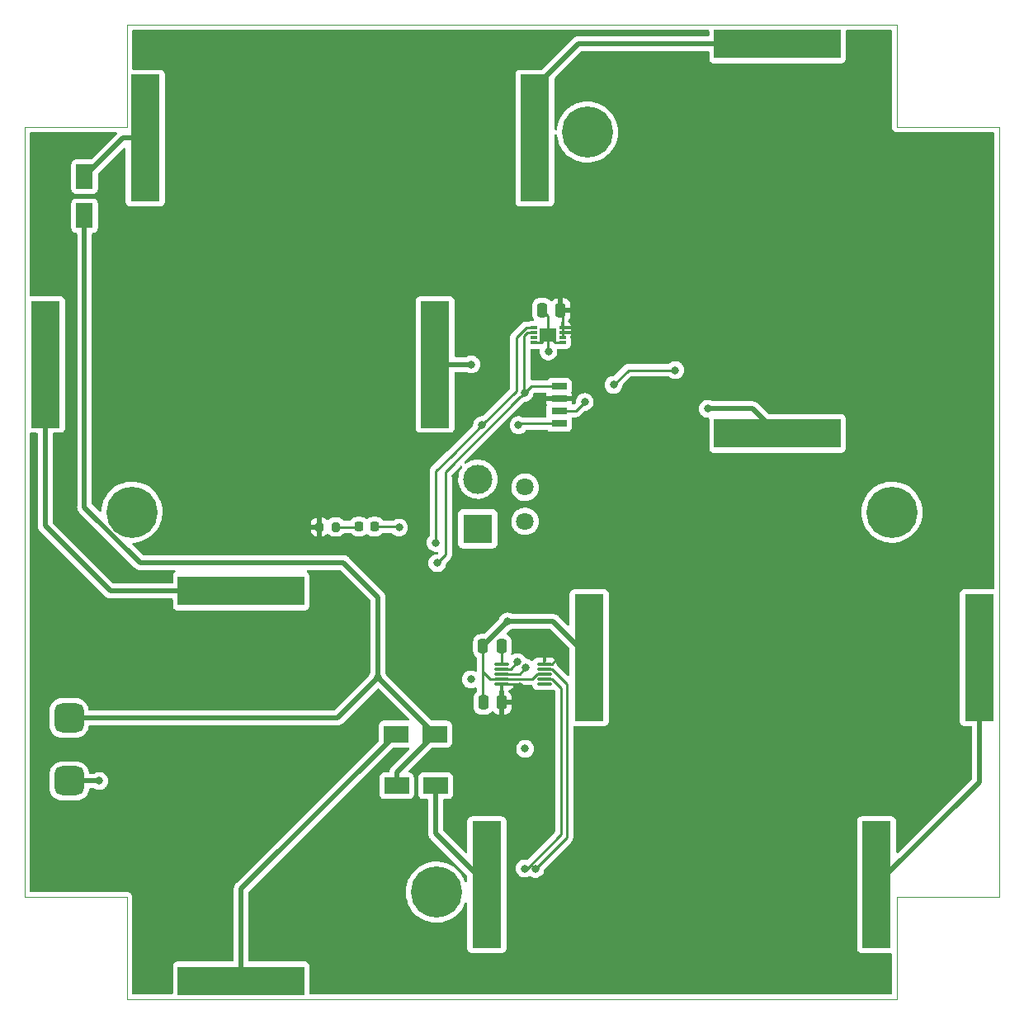
<source format=gbr>
%TF.GenerationSoftware,KiCad,Pcbnew,(6.0.9)*%
%TF.CreationDate,2023-03-20T12:04:43-07:00*%
%TF.ProjectId,solar-panel-side-Z,736f6c61-722d-4706-916e-656c2d736964,3.0*%
%TF.SameCoordinates,Original*%
%TF.FileFunction,Copper,L1,Top*%
%TF.FilePolarity,Positive*%
%FSLAX46Y46*%
G04 Gerber Fmt 4.6, Leading zero omitted, Abs format (unit mm)*
G04 Created by KiCad (PCBNEW (6.0.9)) date 2023-03-20 12:04:43*
%MOMM*%
%LPD*%
G01*
G04 APERTURE LIST*
G04 Aperture macros list*
%AMRoundRect*
0 Rectangle with rounded corners*
0 $1 Rounding radius*
0 $2 $3 $4 $5 $6 $7 $8 $9 X,Y pos of 4 corners*
0 Add a 4 corners polygon primitive as box body*
4,1,4,$2,$3,$4,$5,$6,$7,$8,$9,$2,$3,0*
0 Add four circle primitives for the rounded corners*
1,1,$1+$1,$2,$3*
1,1,$1+$1,$4,$5*
1,1,$1+$1,$6,$7*
1,1,$1+$1,$8,$9*
0 Add four rect primitives between the rounded corners*
20,1,$1+$1,$2,$3,$4,$5,0*
20,1,$1+$1,$4,$5,$6,$7,0*
20,1,$1+$1,$6,$7,$8,$9,0*
20,1,$1+$1,$8,$9,$2,$3,0*%
G04 Aperture macros list end*
%TA.AperFunction,Profile*%
%ADD10C,0.050000*%
%TD*%
%TA.AperFunction,ComponentPad*%
%ADD11R,3.000000X3.000000*%
%TD*%
%TA.AperFunction,ComponentPad*%
%ADD12C,3.000000*%
%TD*%
%TA.AperFunction,ComponentPad*%
%ADD13C,5.250000*%
%TD*%
%TA.AperFunction,SMDPad,CuDef*%
%ADD14R,2.500000X1.700000*%
%TD*%
%TA.AperFunction,SMDPad,CuDef*%
%ADD15RoundRect,0.750000X-0.750000X-0.750000X0.750000X-0.750000X0.750000X0.750000X-0.750000X0.750000X0*%
%TD*%
%TA.AperFunction,SMDPad,CuDef*%
%ADD16RoundRect,0.218750X0.218750X0.256250X-0.218750X0.256250X-0.218750X-0.256250X0.218750X-0.256250X0*%
%TD*%
%TA.AperFunction,SMDPad,CuDef*%
%ADD17RoundRect,0.250000X0.250000X0.475000X-0.250000X0.475000X-0.250000X-0.475000X0.250000X-0.475000X0*%
%TD*%
%TA.AperFunction,SMDPad,CuDef*%
%ADD18R,0.750000X0.300000*%
%TD*%
%TA.AperFunction,SMDPad,CuDef*%
%ADD19R,1.750000X1.450000*%
%TD*%
%TA.AperFunction,SMDPad,CuDef*%
%ADD20R,3.000000X13.000000*%
%TD*%
%TA.AperFunction,SMDPad,CuDef*%
%ADD21R,13.000000X3.000000*%
%TD*%
%TA.AperFunction,SMDPad,CuDef*%
%ADD22RoundRect,0.200000X-0.200000X-0.275000X0.200000X-0.275000X0.200000X0.275000X-0.200000X0.275000X0*%
%TD*%
%TA.AperFunction,SMDPad,CuDef*%
%ADD23RoundRect,0.075000X-0.650000X-0.075000X0.650000X-0.075000X0.650000X0.075000X-0.650000X0.075000X0*%
%TD*%
%TA.AperFunction,SMDPad,CuDef*%
%ADD24R,1.600000X0.700000*%
%TD*%
%TA.AperFunction,SMDPad,CuDef*%
%ADD25R,1.700000X2.500000*%
%TD*%
%TA.AperFunction,ComponentPad*%
%ADD26C,1.800000*%
%TD*%
%TA.AperFunction,ViaPad*%
%ADD27C,0.800000*%
%TD*%
%TA.AperFunction,Conductor*%
%ADD28C,0.250000*%
%TD*%
%TA.AperFunction,Conductor*%
%ADD29C,0.500000*%
%TD*%
G04 APERTURE END LIST*
D10*
X99500000Y-45500000D02*
X110000000Y-45500000D01*
X189000000Y-135000000D02*
X110000000Y-135000000D01*
X199500000Y-124500000D02*
X189000000Y-124500000D01*
X189000000Y-45500000D02*
X199500000Y-45500000D01*
X99500000Y-124500000D02*
X99500000Y-45500000D01*
X110000000Y-135000000D02*
X110000000Y-124500000D01*
X110000000Y-35000000D02*
X189000000Y-35000000D01*
X110000000Y-124500000D02*
X99500000Y-124500000D01*
X199500000Y-45500000D02*
X199500000Y-124500000D01*
X189000000Y-35000000D02*
X189000000Y-45500000D01*
X110000000Y-45500000D02*
X110000000Y-35000000D01*
X189000000Y-124500000D02*
X189000000Y-135000000D01*
D11*
%TO.P,J3,1,Pin_1*%
%TO.N,Net-(J2-Pad2)*%
X146000000Y-86710000D03*
D12*
%TO.P,J3,2,Pin_2*%
%TO.N,Net-(J2-Pad1)*%
X146000000Y-81630000D03*
%TD*%
D13*
%TO.P,J4,1,Pin_1*%
%TO.N,unconnected-(J4-Pad1)*%
X110500000Y-85000000D03*
%TD*%
%TO.P,J5,1,Pin_1*%
%TO.N,unconnected-(J5-Pad1)*%
X141750000Y-124000000D03*
%TD*%
%TO.P,J6,1,Pin_1*%
%TO.N,unconnected-(J6-Pad1)*%
X157250000Y-46000000D03*
%TD*%
%TO.P,J7,1,Pin_1*%
%TO.N,unconnected-(J7-Pad1)*%
X188500000Y-85000000D03*
%TD*%
D14*
%TO.P,D3,1,K*%
%TO.N,VSOLAR*%
X141590000Y-107770000D03*
%TO.P,D3,2,A*%
%TO.N,Net-(D3-Pad2)*%
X137590000Y-107770000D03*
%TD*%
D15*
%TO.P,TP1,1,1*%
%TO.N,VSOLAR*%
X104050000Y-106110000D03*
%TD*%
D16*
%TO.P,D5,1,K*%
%TO.N,GND*%
X135390000Y-86480000D03*
%TO.P,D5,2,A*%
%TO.N,Net-(D5-Pad2)*%
X133815000Y-86480000D03*
%TD*%
D17*
%TO.P,C3,1*%
%TO.N,Net-(C3-Pad1)*%
X148430000Y-98750000D03*
%TO.P,C3,2*%
%TO.N,GND*%
X146530000Y-98750000D03*
%TD*%
D18*
%TO.P,U3,1,SDA*%
%TO.N,SDA*%
X151780000Y-66080000D03*
%TO.P,U3,2,SCL*%
%TO.N,SCL*%
X151780000Y-66580000D03*
%TO.P,U3,3,Alert*%
%TO.N,unconnected-(U3-Pad3)*%
X151780000Y-67080000D03*
%TO.P,U3,4,GND*%
%TO.N,GND*%
X151780000Y-67580000D03*
%TO.P,U3,5,A2*%
X154680000Y-67580000D03*
%TO.P,U3,6,A1*%
%TO.N,+3V3*%
X154680000Y-67080000D03*
%TO.P,U3,7,A0*%
X154680000Y-66580000D03*
%TO.P,U3,8,VDD*%
X154680000Y-66080000D03*
D19*
%TO.P,U3,9,EP/GND*%
%TO.N,GND*%
X153230000Y-66830000D03*
%TD*%
D20*
%TO.P,SC5,1,+*%
%TO.N,Net-(D4-Pad2)*%
X146930000Y-123240000D03*
%TO.P,SC5,2,-*%
%TO.N,Net-(SC5-Pad2)*%
X186930000Y-123240000D03*
%TD*%
D15*
%TO.P,TP2,1,1*%
%TO.N,GND*%
X104080000Y-112590000D03*
%TD*%
D21*
%TO.P,SC3,1,+*%
%TO.N,Net-(D3-Pad2)*%
X121720000Y-133090000D03*
%TO.P,SC3,2,-*%
%TO.N,Net-(SC3-Pad2)*%
X121720000Y-93090000D03*
%TD*%
D22*
%TO.P,R1,1*%
%TO.N,+3V3*%
X129767500Y-86520000D03*
%TO.P,R1,2*%
%TO.N,Net-(D5-Pad2)*%
X131417500Y-86520000D03*
%TD*%
D17*
%TO.P,C2,1*%
%TO.N,+3V3*%
X148460000Y-104540000D03*
%TO.P,C2,2*%
%TO.N,GND*%
X146560000Y-104540000D03*
%TD*%
D23*
%TO.P,U2,1,REG*%
%TO.N,Net-(C3-Pad1)*%
X148440000Y-100610000D03*
%TO.P,U2,2,SCL*%
%TO.N,SCL*%
X148440000Y-101110000D03*
%TO.P,U2,3,SDA*%
%TO.N,SDA*%
X148440000Y-101610000D03*
%TO.P,U2,4,IN/TRIG*%
%TO.N,GND*%
X148440000Y-102110000D03*
%TO.P,U2,5,EN*%
%TO.N,+3V3*%
X148440000Y-102610000D03*
%TO.P,U2,6,VDD/NC*%
%TO.N,unconnected-(U2-Pad6)*%
X152840000Y-102610000D03*
%TO.P,U2,7,OUT+*%
%TO.N,Net-(U2-Pad7)*%
X152840000Y-102110000D03*
%TO.P,U2,8,GND*%
%TO.N,GND*%
X152840000Y-101610000D03*
%TO.P,U2,9,OUT-*%
%TO.N,Net-(U2-Pad7)*%
X152840000Y-101110000D03*
%TO.P,U2,10,VDD*%
%TO.N,+3V3*%
X152840000Y-100610000D03*
%TD*%
D14*
%TO.P,D4,1,K*%
%TO.N,VSOLAR*%
X137680000Y-113090000D03*
%TO.P,D4,2,A*%
%TO.N,Net-(D4-Pad2)*%
X141680000Y-113090000D03*
%TD*%
D17*
%TO.P,C1,1*%
%TO.N,+3V3*%
X154500000Y-64285000D03*
%TO.P,C1,2*%
%TO.N,GND*%
X152600000Y-64285000D03*
%TD*%
D24*
%TO.P,U1,1,SCL*%
%TO.N,SCL*%
X154350000Y-72095000D03*
%TO.P,U1,2,VDD*%
%TO.N,+3V3*%
X154350000Y-73365000D03*
%TO.P,U1,3,GND*%
%TO.N,GND*%
X154350000Y-74635000D03*
%TO.P,U1,4,SDA*%
%TO.N,SDA*%
X154350000Y-75905000D03*
%TD*%
D20*
%TO.P,SC4,1,+*%
%TO.N,Net-(SC3-Pad2)*%
X101620000Y-69850000D03*
%TO.P,SC4,2,-*%
%TO.N,GND*%
X141620000Y-69850000D03*
%TD*%
%TO.P,SC6,1,+*%
%TO.N,Net-(SC5-Pad2)*%
X197440000Y-99920000D03*
%TO.P,SC6,2,-*%
%TO.N,GND*%
X157440000Y-99920000D03*
%TD*%
D21*
%TO.P,SC2,1,+*%
%TO.N,Net-(SC1-Pad2)*%
X176760000Y-36940000D03*
%TO.P,SC2,2,-*%
%TO.N,GND*%
X176760000Y-76940000D03*
%TD*%
D25*
%TO.P,D2,1,K*%
%TO.N,VSOLAR*%
X105650000Y-54590000D03*
%TO.P,D2,2,A*%
%TO.N,Net-(D2-Pad2)*%
X105650000Y-50590000D03*
%TD*%
D20*
%TO.P,SC1,1,+*%
%TO.N,Net-(D2-Pad2)*%
X111870000Y-46630000D03*
%TO.P,SC1,2,-*%
%TO.N,Net-(SC1-Pad2)*%
X151870000Y-46630000D03*
%TD*%
D26*
%TO.P,J2,1,Pin_1*%
%TO.N,Net-(J2-Pad1)*%
X150850000Y-82450000D03*
%TO.P,J2,2,Pin_2*%
%TO.N,Net-(J2-Pad2)*%
X150850000Y-85950000D03*
%TD*%
D27*
%TO.N,SDA*%
X150185000Y-76075000D03*
%TO.N,SCL*%
X150800000Y-72770000D03*
X141840000Y-90240000D03*
%TO.N,SDA*%
X141680000Y-88150000D03*
X146435000Y-76075000D03*
%TO.N,GND*%
X169600000Y-74390000D03*
X107150000Y-112590000D03*
X137910000Y-86580000D03*
X153250000Y-68510000D03*
X149060000Y-96220000D03*
X145330000Y-69850000D03*
X145290000Y-102160000D03*
X156977500Y-73697500D03*
%TO.N,+3V3*%
X133940000Y-97020000D03*
X169540000Y-91600000D03*
X150340000Y-102880000D03*
X138815000Y-101955000D03*
X154290000Y-78430000D03*
X154250000Y-99940000D03*
X163460000Y-67590000D03*
%TO.N,VSOLAR*%
X135730000Y-101990000D03*
%TO.N,SDA*%
X150940000Y-100960000D03*
%TO.N,SCL*%
X150070000Y-100390000D03*
%TO.N,Net-(U2-Pad7)*%
X150800000Y-121570000D03*
X150850000Y-109290000D03*
X151910000Y-121620000D03*
%TO.N,AGND*%
X166270000Y-70430000D03*
X159930000Y-71950000D03*
%TD*%
D28*
%TO.N,SDA*%
X150385000Y-75905000D02*
X150240000Y-76050000D01*
X154350000Y-75905000D02*
X150385000Y-75905000D01*
%TO.N,SCL*%
X150800000Y-72770000D02*
X150762500Y-72807500D01*
X154350000Y-72095000D02*
X151475000Y-72095000D01*
X151475000Y-72095000D02*
X150800000Y-72770000D01*
X150762500Y-72807500D02*
X150510000Y-73060000D01*
X150762500Y-66922500D02*
X150762500Y-72807500D01*
X151105000Y-66580000D02*
X150762500Y-66922500D01*
X150510000Y-73060000D02*
X150350000Y-73220000D01*
X142690000Y-80880000D02*
X150350000Y-73220000D01*
X151780000Y-66580000D02*
X151105000Y-66580000D01*
X142690000Y-81450000D02*
X142690000Y-80880000D01*
X142700000Y-81460000D02*
X142690000Y-81450000D01*
X142700000Y-81460000D02*
X142700000Y-89380000D01*
X142700000Y-89380000D02*
X141840000Y-90240000D01*
%TO.N,SDA*%
X141680000Y-80830000D02*
X141680000Y-88150000D01*
X143340000Y-79170000D02*
X141680000Y-80830000D01*
X146435000Y-76075000D02*
X146535000Y-75975000D01*
X149950000Y-72560000D02*
X149950000Y-71940000D01*
X149950000Y-71940000D02*
X149950000Y-67098604D01*
X146535000Y-75975000D02*
X149950000Y-72560000D01*
X143340000Y-79170000D02*
X146435000Y-76075000D01*
D29*
%TO.N,GND*%
X153740000Y-96220000D02*
X149060000Y-96220000D01*
D28*
X153230000Y-68490000D02*
X153250000Y-68510000D01*
D29*
X149060000Y-96220000D02*
X146530000Y-98750000D01*
X176760000Y-76940000D02*
X174210000Y-74390000D01*
D28*
X135390000Y-86480000D02*
X137810000Y-86480000D01*
X152480000Y-67580000D02*
X153230000Y-66830000D01*
X146560000Y-104540000D02*
X146530000Y-104510000D01*
X146530000Y-101400000D02*
X146530000Y-98750000D01*
D29*
X141620000Y-69850000D02*
X145330000Y-69850000D01*
D28*
X153230000Y-66830000D02*
X153230000Y-68490000D01*
X147260000Y-102130000D02*
X146530000Y-101400000D01*
X152049315Y-101610000D02*
X152840000Y-101610000D01*
X153980000Y-67580000D02*
X153230000Y-66830000D01*
X153230000Y-66830000D02*
X153230000Y-64915000D01*
X148440000Y-102110000D02*
X151549315Y-102110000D01*
X154680000Y-67580000D02*
X153980000Y-67580000D01*
X148440000Y-102110000D02*
X148420000Y-102130000D01*
D29*
X176760000Y-76940000D02*
X176710000Y-76940000D01*
D28*
X151780000Y-67580000D02*
X152480000Y-67580000D01*
X156040000Y-74635000D02*
X156977500Y-73697500D01*
D29*
X157440000Y-99920000D02*
X153740000Y-96220000D01*
D28*
X151549315Y-102110000D02*
X152049315Y-101610000D01*
D29*
X104080000Y-112590000D02*
X107150000Y-112590000D01*
X174210000Y-74390000D02*
X169600000Y-74390000D01*
D28*
X146530000Y-104510000D02*
X146530000Y-101400000D01*
X153230000Y-64915000D02*
X152600000Y-64285000D01*
X154350000Y-74635000D02*
X156040000Y-74635000D01*
X148420000Y-102130000D02*
X147260000Y-102130000D01*
%TO.N,+3V3*%
X154680000Y-67080000D02*
X154680000Y-66080000D01*
X152840000Y-100610000D02*
X153580000Y-100610000D01*
X148440000Y-102610000D02*
X150070000Y-102610000D01*
X154680000Y-64465000D02*
X154500000Y-64285000D01*
X148460000Y-104540000D02*
X148460000Y-102630000D01*
X150070000Y-102610000D02*
X150340000Y-102880000D01*
X154680000Y-66080000D02*
X154680000Y-64465000D01*
X148460000Y-102630000D02*
X148440000Y-102610000D01*
X153580000Y-100610000D02*
X154250000Y-99940000D01*
D29*
%TO.N,VSOLAR*%
X131610000Y-106110000D02*
X135730000Y-101990000D01*
X104050000Y-106110000D02*
X131610000Y-106110000D01*
X135730000Y-101990000D02*
X135770000Y-101950000D01*
X137680000Y-111680000D02*
X141590000Y-107770000D01*
X132230000Y-90180000D02*
X135770000Y-93720000D01*
X137680000Y-113090000D02*
X137680000Y-111680000D01*
X135770000Y-93720000D02*
X135770000Y-101950000D01*
X135770000Y-101950000D02*
X141590000Y-107770000D01*
X105650000Y-84498707D02*
X111331293Y-90180000D01*
X111331293Y-90180000D02*
X132230000Y-90180000D01*
X105650000Y-54590000D02*
X105650000Y-84498707D01*
D28*
%TO.N,SDA*%
X150968604Y-66080000D02*
X151780000Y-66080000D01*
X149950000Y-67098604D02*
X150968604Y-66080000D01*
X150290000Y-101610000D02*
X150940000Y-100960000D01*
X148440000Y-101610000D02*
X150290000Y-101610000D01*
%TO.N,SCL*%
X148440000Y-101110000D02*
X149350000Y-101110000D01*
X154340000Y-72085000D02*
X154350000Y-72095000D01*
X149350000Y-101110000D02*
X150070000Y-100390000D01*
D29*
%TO.N,Net-(D2-Pad2)*%
X111870000Y-46630000D02*
X109610000Y-46630000D01*
X109610000Y-46630000D02*
X105650000Y-50590000D01*
%TO.N,Net-(D3-Pad2)*%
X121720000Y-123640000D02*
X121720000Y-133090000D01*
X137590000Y-107770000D02*
X121720000Y-123640000D01*
%TO.N,Net-(D4-Pad2)*%
X141680000Y-117990000D02*
X141680000Y-113090000D01*
X146930000Y-123240000D02*
X141680000Y-117990000D01*
%TO.N,Net-(SC1-Pad2)*%
X151870000Y-46630000D02*
X151870000Y-41410000D01*
X151870000Y-41410000D02*
X156340000Y-36940000D01*
X156340000Y-36940000D02*
X176760000Y-36940000D01*
%TO.N,Net-(SC3-Pad2)*%
X101620000Y-86410000D02*
X108300000Y-93090000D01*
X101620000Y-69850000D02*
X101620000Y-86410000D01*
X108300000Y-93090000D02*
X121720000Y-93090000D01*
%TO.N,Net-(SC5-Pad2)*%
X197440000Y-112730000D02*
X186930000Y-123240000D01*
X197440000Y-99920000D02*
X197440000Y-112730000D01*
D28*
%TO.N,Net-(U2-Pad7)*%
X151060000Y-121570000D02*
X154550000Y-118080000D01*
X155150000Y-118380000D02*
X151910000Y-121620000D01*
X155150000Y-102610000D02*
X155150000Y-118380000D01*
X153630685Y-102110000D02*
X152840000Y-102110000D01*
X154550000Y-118080000D02*
X154550000Y-103029315D01*
X152840000Y-101110000D02*
X153650000Y-101110000D01*
X150800000Y-121570000D02*
X151060000Y-121570000D01*
X154550000Y-103029315D02*
X153630685Y-102110000D01*
X153650000Y-101110000D02*
X155150000Y-102610000D01*
%TO.N,Net-(D5-Pad2)*%
X131417500Y-86520000D02*
X133775000Y-86520000D01*
%TO.N,AGND*%
X159930000Y-71950000D02*
X161450000Y-70430000D01*
X161450000Y-70430000D02*
X166270000Y-70430000D01*
%TO.N,Net-(C3-Pad1)*%
X148440000Y-98760000D02*
X148430000Y-98750000D01*
X148440000Y-100610000D02*
X148440000Y-98760000D01*
%TD*%
%TA.AperFunction,Conductor*%
%TO.N,+3V3*%
G36*
X169693621Y-35528502D02*
G01*
X169740114Y-35582158D01*
X169751500Y-35634500D01*
X169751500Y-36055500D01*
X169731498Y-36123621D01*
X169677842Y-36170114D01*
X169625500Y-36181500D01*
X156407070Y-36181500D01*
X156388120Y-36180067D01*
X156373885Y-36177901D01*
X156373881Y-36177901D01*
X156366651Y-36176801D01*
X156359359Y-36177394D01*
X156359356Y-36177394D01*
X156313982Y-36181085D01*
X156303767Y-36181500D01*
X156295707Y-36181500D01*
X156292073Y-36181924D01*
X156292067Y-36181924D01*
X156279042Y-36183443D01*
X156267480Y-36184791D01*
X156263132Y-36185221D01*
X156241059Y-36187016D01*
X156197662Y-36190546D01*
X156197659Y-36190547D01*
X156190364Y-36191140D01*
X156183400Y-36193396D01*
X156177461Y-36194583D01*
X156171590Y-36195970D01*
X156164319Y-36196818D01*
X156157443Y-36199314D01*
X156157434Y-36199316D01*
X156095702Y-36221725D01*
X156091598Y-36223135D01*
X156022101Y-36245648D01*
X156015846Y-36249444D01*
X156010387Y-36251943D01*
X156004939Y-36254671D01*
X155998063Y-36257167D01*
X155937010Y-36297195D01*
X155933327Y-36299519D01*
X155875686Y-36334496D01*
X155875682Y-36334499D01*
X155870893Y-36337405D01*
X155862517Y-36344803D01*
X155862493Y-36344776D01*
X155859511Y-36347421D01*
X155856274Y-36350128D01*
X155850148Y-36354144D01*
X155845112Y-36359460D01*
X155845111Y-36359461D01*
X155796854Y-36410402D01*
X155794476Y-36412844D01*
X152622724Y-39584595D01*
X152560412Y-39618621D01*
X152533629Y-39621500D01*
X150321866Y-39621500D01*
X150259684Y-39628255D01*
X150123295Y-39679385D01*
X150006739Y-39766739D01*
X149919385Y-39883295D01*
X149868255Y-40019684D01*
X149861500Y-40081866D01*
X149861500Y-53178134D01*
X149868255Y-53240316D01*
X149919385Y-53376705D01*
X150006739Y-53493261D01*
X150123295Y-53580615D01*
X150259684Y-53631745D01*
X150321866Y-53638500D01*
X153418134Y-53638500D01*
X153480316Y-53631745D01*
X153616705Y-53580615D01*
X153733261Y-53493261D01*
X153820615Y-53376705D01*
X153871745Y-53240316D01*
X153878500Y-53178134D01*
X153878500Y-46341522D01*
X153898502Y-46273401D01*
X153952158Y-46226908D01*
X154022432Y-46216804D01*
X154087012Y-46246298D01*
X154125396Y-46306024D01*
X154129017Y-46322246D01*
X154180145Y-46652518D01*
X154272012Y-46990645D01*
X154273302Y-46993904D01*
X154273304Y-46993909D01*
X154322316Y-47117698D01*
X154400998Y-47316424D01*
X154565493Y-47625795D01*
X154567483Y-47628701D01*
X154567484Y-47628703D01*
X154654216Y-47755371D01*
X154763449Y-47914902D01*
X154992397Y-48180142D01*
X155249485Y-48418207D01*
X155531507Y-48626132D01*
X155534544Y-48627886D01*
X155534548Y-48627888D01*
X155695060Y-48720559D01*
X155834949Y-48801324D01*
X155838170Y-48802731D01*
X156152807Y-48940193D01*
X156152817Y-48940197D01*
X156156029Y-48941600D01*
X156159387Y-48942639D01*
X156159391Y-48942641D01*
X156295685Y-48984831D01*
X156490743Y-49045212D01*
X156494199Y-49045871D01*
X156494198Y-49045871D01*
X156831471Y-49110210D01*
X156831477Y-49110211D01*
X156834922Y-49110868D01*
X157066253Y-49128668D01*
X157180777Y-49137480D01*
X157180778Y-49137480D01*
X157184274Y-49137749D01*
X157416291Y-49129646D01*
X157530929Y-49125643D01*
X157530933Y-49125643D01*
X157534445Y-49125520D01*
X157537924Y-49125006D01*
X157537927Y-49125006D01*
X157877578Y-49074851D01*
X157877584Y-49074850D01*
X157881070Y-49074335D01*
X157884474Y-49073436D01*
X157884477Y-49073435D01*
X158216439Y-48985727D01*
X158216440Y-48985727D01*
X158219830Y-48984831D01*
X158546502Y-48858123D01*
X158857014Y-48695792D01*
X159147496Y-48499859D01*
X159414327Y-48272768D01*
X159499069Y-48182527D01*
X159651771Y-48019916D01*
X159651775Y-48019911D01*
X159654182Y-48017348D01*
X159864071Y-47736785D01*
X159897468Y-47679862D01*
X160031633Y-47451181D01*
X160041377Y-47434573D01*
X160042809Y-47431357D01*
X160182459Y-47117698D01*
X160182461Y-47117693D01*
X160183891Y-47114481D01*
X160289837Y-46780498D01*
X160357894Y-46436786D01*
X160371614Y-46273401D01*
X160387030Y-46089814D01*
X160387031Y-46089803D01*
X160387213Y-46087630D01*
X160387290Y-46082158D01*
X160388407Y-46002178D01*
X160388407Y-46002166D01*
X160388437Y-46000000D01*
X160387737Y-45987467D01*
X160370845Y-45685351D01*
X160368878Y-45650162D01*
X160366365Y-45635302D01*
X160311032Y-45308153D01*
X160311031Y-45308148D01*
X160310445Y-45304684D01*
X160213866Y-44967873D01*
X160166818Y-44853726D01*
X160081683Y-44647171D01*
X160081679Y-44647163D01*
X160080345Y-44643926D01*
X159911546Y-44336882D01*
X159709573Y-44050567D01*
X159476943Y-43788550D01*
X159474342Y-43786208D01*
X159474337Y-43786203D01*
X159219167Y-43556447D01*
X159219166Y-43556447D01*
X159216557Y-43554097D01*
X159178538Y-43526878D01*
X158934513Y-43352173D01*
X158934510Y-43352171D01*
X158931659Y-43350130D01*
X158625800Y-43179192D01*
X158302794Y-43043412D01*
X158299425Y-43042421D01*
X158299421Y-43042419D01*
X158151053Y-42998752D01*
X157966665Y-42944484D01*
X157690895Y-42895858D01*
X157625063Y-42884250D01*
X157625061Y-42884250D01*
X157621603Y-42883640D01*
X157618094Y-42883419D01*
X157618092Y-42883419D01*
X157275428Y-42861860D01*
X157275422Y-42861860D01*
X157271910Y-42861639D01*
X157174516Y-42866403D01*
X156925451Y-42878584D01*
X156925443Y-42878585D01*
X156921944Y-42878756D01*
X156918476Y-42879318D01*
X156918473Y-42879318D01*
X156579542Y-42934213D01*
X156579539Y-42934214D01*
X156576067Y-42934776D01*
X156572684Y-42935721D01*
X156572682Y-42935721D01*
X156537747Y-42945475D01*
X156238589Y-43029001D01*
X156235341Y-43030313D01*
X156235333Y-43030316D01*
X155916983Y-43158938D01*
X155916979Y-43158940D01*
X155913719Y-43160257D01*
X155910632Y-43161926D01*
X155910628Y-43161928D01*
X155881220Y-43177829D01*
X155605503Y-43326909D01*
X155317785Y-43526878D01*
X155315143Y-43529191D01*
X155315139Y-43529194D01*
X155076206Y-43738365D01*
X155054151Y-43757673D01*
X154817886Y-44016416D01*
X154611935Y-44299883D01*
X154438865Y-44604541D01*
X154300834Y-44926591D01*
X154281112Y-44991914D01*
X154200789Y-45257958D01*
X154199562Y-45262021D01*
X154183452Y-45349800D01*
X154141505Y-45578352D01*
X154136311Y-45606650D01*
X154133686Y-45644187D01*
X154130193Y-45694140D01*
X154105488Y-45760700D01*
X154048720Y-45803337D01*
X153977912Y-45808514D01*
X153915546Y-45774588D01*
X153881422Y-45712329D01*
X153878500Y-45685351D01*
X153878500Y-40526371D01*
X153898502Y-40458250D01*
X153915405Y-40437276D01*
X156617276Y-37735405D01*
X156679588Y-37701379D01*
X156706371Y-37698500D01*
X169625500Y-37698500D01*
X169693621Y-37718502D01*
X169740114Y-37772158D01*
X169751500Y-37824500D01*
X169751500Y-38488134D01*
X169758255Y-38550316D01*
X169809385Y-38686705D01*
X169896739Y-38803261D01*
X170013295Y-38890615D01*
X170149684Y-38941745D01*
X170211866Y-38948500D01*
X183308134Y-38948500D01*
X183370316Y-38941745D01*
X183506705Y-38890615D01*
X183623261Y-38803261D01*
X183710615Y-38686705D01*
X183761745Y-38550316D01*
X183768500Y-38488134D01*
X183768500Y-35634500D01*
X183788502Y-35566379D01*
X183842158Y-35519886D01*
X183894500Y-35508500D01*
X188365500Y-35508500D01*
X188433621Y-35528502D01*
X188480114Y-35582158D01*
X188491500Y-35634500D01*
X188491500Y-45491377D01*
X188491498Y-45492147D01*
X188491024Y-45569721D01*
X188493491Y-45578352D01*
X188499150Y-45598153D01*
X188502728Y-45614915D01*
X188506920Y-45644187D01*
X188510634Y-45652355D01*
X188510634Y-45652356D01*
X188517548Y-45667562D01*
X188523996Y-45685086D01*
X188531051Y-45709771D01*
X188535843Y-45717365D01*
X188535844Y-45717368D01*
X188546830Y-45734780D01*
X188554969Y-45749863D01*
X188567208Y-45776782D01*
X188573069Y-45783584D01*
X188583970Y-45796235D01*
X188595073Y-45811239D01*
X188608776Y-45832958D01*
X188615501Y-45838897D01*
X188615504Y-45838901D01*
X188630938Y-45852532D01*
X188642982Y-45864724D01*
X188656427Y-45880327D01*
X188656430Y-45880329D01*
X188662287Y-45887127D01*
X188669816Y-45892007D01*
X188669817Y-45892008D01*
X188683835Y-45901094D01*
X188698709Y-45912385D01*
X188711217Y-45923431D01*
X188717951Y-45929378D01*
X188744711Y-45941942D01*
X188759691Y-45950263D01*
X188776983Y-45961471D01*
X188776988Y-45961473D01*
X188784515Y-45966352D01*
X188793108Y-45968922D01*
X188793113Y-45968924D01*
X188809120Y-45973711D01*
X188826564Y-45980372D01*
X188841676Y-45987467D01*
X188841678Y-45987468D01*
X188849800Y-45991281D01*
X188858667Y-45992662D01*
X188858668Y-45992662D01*
X188868310Y-45994163D01*
X188879017Y-45995830D01*
X188895732Y-45999613D01*
X188915466Y-46005515D01*
X188915472Y-46005516D01*
X188924066Y-46008086D01*
X188933037Y-46008141D01*
X188933038Y-46008141D01*
X188943097Y-46008202D01*
X188958506Y-46008296D01*
X188959289Y-46008329D01*
X188960386Y-46008500D01*
X188991377Y-46008500D01*
X188992147Y-46008502D01*
X189065785Y-46008952D01*
X189065786Y-46008952D01*
X189069721Y-46008976D01*
X189071065Y-46008592D01*
X189072410Y-46008500D01*
X198865500Y-46008500D01*
X198933621Y-46028502D01*
X198980114Y-46082158D01*
X198991500Y-46134500D01*
X198991500Y-92785500D01*
X198971498Y-92853621D01*
X198917842Y-92900114D01*
X198865500Y-92911500D01*
X195891866Y-92911500D01*
X195829684Y-92918255D01*
X195693295Y-92969385D01*
X195576739Y-93056739D01*
X195489385Y-93173295D01*
X195438255Y-93309684D01*
X195431500Y-93371866D01*
X195431500Y-106468134D01*
X195438255Y-106530316D01*
X195489385Y-106666705D01*
X195576739Y-106783261D01*
X195693295Y-106870615D01*
X195829684Y-106921745D01*
X195891866Y-106928500D01*
X196555500Y-106928500D01*
X196623621Y-106948502D01*
X196670114Y-107002158D01*
X196681500Y-107054500D01*
X196681500Y-112363629D01*
X196661498Y-112431750D01*
X196644595Y-112452724D01*
X189153595Y-119943724D01*
X189091283Y-119977750D01*
X189020468Y-119972685D01*
X188963632Y-119930138D01*
X188938821Y-119863618D01*
X188938500Y-119854629D01*
X188938500Y-116691866D01*
X188931745Y-116629684D01*
X188880615Y-116493295D01*
X188793261Y-116376739D01*
X188676705Y-116289385D01*
X188540316Y-116238255D01*
X188478134Y-116231500D01*
X185381866Y-116231500D01*
X185319684Y-116238255D01*
X185183295Y-116289385D01*
X185066739Y-116376739D01*
X184979385Y-116493295D01*
X184928255Y-116629684D01*
X184921500Y-116691866D01*
X184921500Y-129788134D01*
X184928255Y-129850316D01*
X184979385Y-129986705D01*
X185066739Y-130103261D01*
X185183295Y-130190615D01*
X185319684Y-130241745D01*
X185381866Y-130248500D01*
X188365500Y-130248500D01*
X188433621Y-130268502D01*
X188480114Y-130322158D01*
X188491500Y-130374500D01*
X188491500Y-134365500D01*
X188471498Y-134433621D01*
X188417842Y-134480114D01*
X188365500Y-134491500D01*
X128854500Y-134491500D01*
X128786379Y-134471498D01*
X128739886Y-134417842D01*
X128728500Y-134365500D01*
X128728500Y-131541866D01*
X128721745Y-131479684D01*
X128670615Y-131343295D01*
X128583261Y-131226739D01*
X128466705Y-131139385D01*
X128330316Y-131088255D01*
X128268134Y-131081500D01*
X122604500Y-131081500D01*
X122536379Y-131061498D01*
X122489886Y-131007842D01*
X122478500Y-130955500D01*
X122478500Y-124006371D01*
X122493237Y-123956181D01*
X138611869Y-123956181D01*
X138626542Y-124306258D01*
X138647131Y-124439254D01*
X138667328Y-124569721D01*
X138680145Y-124652518D01*
X138772012Y-124990645D01*
X138773302Y-124993904D01*
X138773304Y-124993909D01*
X138823289Y-125120156D01*
X138900998Y-125316424D01*
X139065493Y-125625795D01*
X139067483Y-125628701D01*
X139067484Y-125628703D01*
X139141490Y-125736785D01*
X139263449Y-125914902D01*
X139492397Y-126180142D01*
X139749485Y-126418207D01*
X140031507Y-126626132D01*
X140034544Y-126627886D01*
X140034548Y-126627888D01*
X140195060Y-126720559D01*
X140334949Y-126801324D01*
X140338170Y-126802731D01*
X140652807Y-126940193D01*
X140652817Y-126940197D01*
X140656029Y-126941600D01*
X140659387Y-126942639D01*
X140659391Y-126942641D01*
X140795685Y-126984831D01*
X140990743Y-127045212D01*
X140994199Y-127045871D01*
X140994198Y-127045871D01*
X141331471Y-127110210D01*
X141331477Y-127110211D01*
X141334922Y-127110868D01*
X141566253Y-127128668D01*
X141680777Y-127137480D01*
X141680778Y-127137480D01*
X141684274Y-127137749D01*
X141916291Y-127129646D01*
X142030929Y-127125643D01*
X142030933Y-127125643D01*
X142034445Y-127125520D01*
X142037924Y-127125006D01*
X142037927Y-127125006D01*
X142377578Y-127074851D01*
X142377584Y-127074850D01*
X142381070Y-127074335D01*
X142384474Y-127073436D01*
X142384477Y-127073435D01*
X142716439Y-126985727D01*
X142716440Y-126985727D01*
X142719830Y-126984831D01*
X143046502Y-126858123D01*
X143357014Y-126695792D01*
X143647496Y-126499859D01*
X143914327Y-126272768D01*
X143999069Y-126182527D01*
X144151771Y-126019916D01*
X144151775Y-126019911D01*
X144154182Y-126017348D01*
X144364071Y-125736785D01*
X144541377Y-125434573D01*
X144542809Y-125431357D01*
X144680393Y-125122338D01*
X144726373Y-125068242D01*
X144794301Y-125047593D01*
X144862609Y-125066945D01*
X144909610Y-125120156D01*
X144921500Y-125173587D01*
X144921500Y-129788134D01*
X144928255Y-129850316D01*
X144979385Y-129986705D01*
X145066739Y-130103261D01*
X145183295Y-130190615D01*
X145319684Y-130241745D01*
X145381866Y-130248500D01*
X148478134Y-130248500D01*
X148540316Y-130241745D01*
X148676705Y-130190615D01*
X148793261Y-130103261D01*
X148880615Y-129986705D01*
X148931745Y-129850316D01*
X148938500Y-129788134D01*
X148938500Y-116691866D01*
X148931745Y-116629684D01*
X148880615Y-116493295D01*
X148793261Y-116376739D01*
X148676705Y-116289385D01*
X148540316Y-116238255D01*
X148478134Y-116231500D01*
X145381866Y-116231500D01*
X145319684Y-116238255D01*
X145183295Y-116289385D01*
X145066739Y-116376739D01*
X144979385Y-116493295D01*
X144928255Y-116629684D01*
X144921500Y-116691866D01*
X144921500Y-119854629D01*
X144901498Y-119922750D01*
X144847842Y-119969243D01*
X144777568Y-119979347D01*
X144712988Y-119949853D01*
X144706405Y-119943724D01*
X142475405Y-117712724D01*
X142441379Y-117650412D01*
X142438500Y-117623629D01*
X142438500Y-114574500D01*
X142458502Y-114506379D01*
X142512158Y-114459886D01*
X142564500Y-114448500D01*
X142978134Y-114448500D01*
X143040316Y-114441745D01*
X143176705Y-114390615D01*
X143293261Y-114303261D01*
X143380615Y-114186705D01*
X143431745Y-114050316D01*
X143438500Y-113988134D01*
X143438500Y-112191866D01*
X143431745Y-112129684D01*
X143380615Y-111993295D01*
X143293261Y-111876739D01*
X143176705Y-111789385D01*
X143040316Y-111738255D01*
X142978134Y-111731500D01*
X140381866Y-111731500D01*
X140319684Y-111738255D01*
X140183295Y-111789385D01*
X140066739Y-111876739D01*
X139979385Y-111993295D01*
X139928255Y-112129684D01*
X139921500Y-112191866D01*
X139921500Y-113988134D01*
X139928255Y-114050316D01*
X139979385Y-114186705D01*
X140066739Y-114303261D01*
X140183295Y-114390615D01*
X140319684Y-114441745D01*
X140381866Y-114448500D01*
X140795500Y-114448500D01*
X140863621Y-114468502D01*
X140910114Y-114522158D01*
X140921500Y-114574500D01*
X140921500Y-117922930D01*
X140920067Y-117941880D01*
X140916801Y-117963349D01*
X140917394Y-117970641D01*
X140917394Y-117970644D01*
X140921085Y-118016018D01*
X140921500Y-118026233D01*
X140921500Y-118034293D01*
X140921925Y-118037937D01*
X140924789Y-118062507D01*
X140925222Y-118066882D01*
X140931140Y-118139637D01*
X140933396Y-118146601D01*
X140934587Y-118152560D01*
X140935971Y-118158415D01*
X140936818Y-118165681D01*
X140961735Y-118234327D01*
X140963152Y-118238455D01*
X140985649Y-118307899D01*
X140989445Y-118314154D01*
X140991951Y-118319628D01*
X140994670Y-118325058D01*
X140997167Y-118331937D01*
X141001180Y-118338057D01*
X141001180Y-118338058D01*
X141037186Y-118392976D01*
X141039523Y-118396680D01*
X141077405Y-118459107D01*
X141081121Y-118463315D01*
X141081122Y-118463316D01*
X141084803Y-118467484D01*
X141084776Y-118467508D01*
X141087429Y-118470500D01*
X141090132Y-118473733D01*
X141094144Y-118479852D01*
X141130694Y-118514476D01*
X141150383Y-118533128D01*
X141152825Y-118535506D01*
X144884595Y-122267276D01*
X144918621Y-122329588D01*
X144921500Y-122356371D01*
X144921500Y-122835284D01*
X144901498Y-122903405D01*
X144847842Y-122949898D01*
X144777568Y-122960002D01*
X144712988Y-122930508D01*
X144679007Y-122883299D01*
X144581683Y-122647171D01*
X144581679Y-122647163D01*
X144580345Y-122643926D01*
X144411546Y-122336882D01*
X144209573Y-122050567D01*
X144162262Y-121997279D01*
X143979274Y-121791175D01*
X143979270Y-121791171D01*
X143976943Y-121788550D01*
X143974342Y-121786208D01*
X143974337Y-121786203D01*
X143719167Y-121556447D01*
X143719166Y-121556447D01*
X143716557Y-121554097D01*
X143678538Y-121526878D01*
X143434513Y-121352173D01*
X143434510Y-121352171D01*
X143431659Y-121350130D01*
X143125800Y-121179192D01*
X142802794Y-121043412D01*
X142799425Y-121042421D01*
X142799421Y-121042419D01*
X142651053Y-120998752D01*
X142466665Y-120944484D01*
X142190895Y-120895858D01*
X142125063Y-120884250D01*
X142125061Y-120884250D01*
X142121603Y-120883640D01*
X142118094Y-120883419D01*
X142118092Y-120883419D01*
X141775428Y-120861860D01*
X141775422Y-120861860D01*
X141771910Y-120861639D01*
X141674516Y-120866403D01*
X141425451Y-120878584D01*
X141425443Y-120878585D01*
X141421944Y-120878756D01*
X141418476Y-120879318D01*
X141418473Y-120879318D01*
X141079542Y-120934213D01*
X141079539Y-120934214D01*
X141076067Y-120934776D01*
X141072684Y-120935721D01*
X141072682Y-120935721D01*
X141037747Y-120945475D01*
X140738589Y-121029001D01*
X140735341Y-121030313D01*
X140735333Y-121030316D01*
X140416983Y-121158938D01*
X140416979Y-121158940D01*
X140413719Y-121160257D01*
X140410632Y-121161926D01*
X140410628Y-121161928D01*
X140381220Y-121177829D01*
X140105503Y-121326909D01*
X139817785Y-121526878D01*
X139815143Y-121529191D01*
X139815139Y-121529194D01*
X139576206Y-121738365D01*
X139554151Y-121757673D01*
X139317886Y-122016416D01*
X139111935Y-122299883D01*
X138938865Y-122604541D01*
X138921985Y-122643926D01*
X138810772Y-122903405D01*
X138800834Y-122926591D01*
X138793797Y-122949898D01*
X138739638Y-123129284D01*
X138699562Y-123262021D01*
X138690981Y-123308775D01*
X138644538Y-123561826D01*
X138636311Y-123606650D01*
X138611869Y-123956181D01*
X122493237Y-123956181D01*
X122498502Y-123938250D01*
X122515405Y-123917276D01*
X137267276Y-109165405D01*
X137329588Y-109131379D01*
X137356371Y-109128500D01*
X138854629Y-109128500D01*
X138922750Y-109148502D01*
X138969243Y-109202158D01*
X138979347Y-109272432D01*
X138949853Y-109337012D01*
X138943724Y-109343595D01*
X137191089Y-111096230D01*
X137176677Y-111108616D01*
X137165082Y-111117149D01*
X137165077Y-111117154D01*
X137159182Y-111121492D01*
X137154443Y-111127070D01*
X137154440Y-111127073D01*
X137124965Y-111161768D01*
X137118035Y-111169284D01*
X137112340Y-111174979D01*
X137110060Y-111177861D01*
X137094719Y-111197251D01*
X137091928Y-111200655D01*
X137049409Y-111250703D01*
X137044667Y-111256285D01*
X137041339Y-111262801D01*
X137037972Y-111267850D01*
X137034805Y-111272979D01*
X137030266Y-111278716D01*
X136999345Y-111344875D01*
X136997442Y-111348769D01*
X136964231Y-111413808D01*
X136962492Y-111420916D01*
X136960393Y-111426559D01*
X136958476Y-111432322D01*
X136955378Y-111438950D01*
X136953888Y-111446112D01*
X136953888Y-111446113D01*
X136940514Y-111510412D01*
X136939544Y-111514696D01*
X136922192Y-111585610D01*
X136921500Y-111596764D01*
X136921464Y-111596762D01*
X136921225Y-111600760D01*
X136920851Y-111604945D01*
X136919360Y-111612115D01*
X136919505Y-111617461D01*
X136893819Y-111682778D01*
X136836241Y-111724315D01*
X136794300Y-111731500D01*
X136381866Y-111731500D01*
X136319684Y-111738255D01*
X136183295Y-111789385D01*
X136066739Y-111876739D01*
X135979385Y-111993295D01*
X135928255Y-112129684D01*
X135921500Y-112191866D01*
X135921500Y-113988134D01*
X135928255Y-114050316D01*
X135979385Y-114186705D01*
X136066739Y-114303261D01*
X136183295Y-114390615D01*
X136319684Y-114441745D01*
X136381866Y-114448500D01*
X138978134Y-114448500D01*
X139040316Y-114441745D01*
X139176705Y-114390615D01*
X139293261Y-114303261D01*
X139380615Y-114186705D01*
X139431745Y-114050316D01*
X139438500Y-113988134D01*
X139438500Y-112191866D01*
X139431745Y-112129684D01*
X139380615Y-111993295D01*
X139293261Y-111876739D01*
X139176705Y-111789385D01*
X139040316Y-111738255D01*
X139007233Y-111734661D01*
X138989763Y-111732763D01*
X138924201Y-111705521D01*
X138883775Y-111647158D01*
X138881320Y-111576203D01*
X138914276Y-111518405D01*
X141142681Y-109290000D01*
X149936496Y-109290000D01*
X149956458Y-109479928D01*
X150015473Y-109661556D01*
X150110960Y-109826944D01*
X150238747Y-109968866D01*
X150393248Y-110081118D01*
X150399276Y-110083802D01*
X150399278Y-110083803D01*
X150561681Y-110156109D01*
X150567712Y-110158794D01*
X150661112Y-110178647D01*
X150748056Y-110197128D01*
X150748061Y-110197128D01*
X150754513Y-110198500D01*
X150945487Y-110198500D01*
X150951939Y-110197128D01*
X150951944Y-110197128D01*
X151038888Y-110178647D01*
X151132288Y-110158794D01*
X151138319Y-110156109D01*
X151300722Y-110083803D01*
X151300724Y-110083802D01*
X151306752Y-110081118D01*
X151461253Y-109968866D01*
X151589040Y-109826944D01*
X151684527Y-109661556D01*
X151743542Y-109479928D01*
X151763504Y-109290000D01*
X151748632Y-109148502D01*
X151744232Y-109106635D01*
X151744232Y-109106633D01*
X151743542Y-109100072D01*
X151684527Y-108918444D01*
X151589040Y-108753056D01*
X151562630Y-108723724D01*
X151465675Y-108616045D01*
X151465674Y-108616044D01*
X151461253Y-108611134D01*
X151306752Y-108498882D01*
X151300724Y-108496198D01*
X151300722Y-108496197D01*
X151138319Y-108423891D01*
X151138318Y-108423891D01*
X151132288Y-108421206D01*
X151038888Y-108401353D01*
X150951944Y-108382872D01*
X150951939Y-108382872D01*
X150945487Y-108381500D01*
X150754513Y-108381500D01*
X150748061Y-108382872D01*
X150748056Y-108382872D01*
X150661113Y-108401353D01*
X150567712Y-108421206D01*
X150561682Y-108423891D01*
X150561681Y-108423891D01*
X150399278Y-108496197D01*
X150399276Y-108496198D01*
X150393248Y-108498882D01*
X150238747Y-108611134D01*
X150234326Y-108616044D01*
X150234325Y-108616045D01*
X150137371Y-108723724D01*
X150110960Y-108753056D01*
X150015473Y-108918444D01*
X149956458Y-109100072D01*
X149955768Y-109106633D01*
X149955768Y-109106635D01*
X149951368Y-109148502D01*
X149936496Y-109290000D01*
X141142681Y-109290000D01*
X141267276Y-109165405D01*
X141329588Y-109131379D01*
X141356371Y-109128500D01*
X142888134Y-109128500D01*
X142950316Y-109121745D01*
X143086705Y-109070615D01*
X143203261Y-108983261D01*
X143290615Y-108866705D01*
X143341745Y-108730316D01*
X143348500Y-108668134D01*
X143348500Y-106871866D01*
X143341745Y-106809684D01*
X143290615Y-106673295D01*
X143203261Y-106556739D01*
X143086705Y-106469385D01*
X142950316Y-106418255D01*
X142888134Y-106411500D01*
X141356371Y-106411500D01*
X141288250Y-106391498D01*
X141267276Y-106374595D01*
X137052681Y-102160000D01*
X144376496Y-102160000D01*
X144396458Y-102349928D01*
X144455473Y-102531556D01*
X144550960Y-102696944D01*
X144555378Y-102701851D01*
X144555379Y-102701852D01*
X144610887Y-102763500D01*
X144678747Y-102838866D01*
X144833248Y-102951118D01*
X144839276Y-102953802D01*
X144839278Y-102953803D01*
X144993982Y-103022681D01*
X145007712Y-103028794D01*
X145079829Y-103044123D01*
X145188056Y-103067128D01*
X145188061Y-103067128D01*
X145194513Y-103068500D01*
X145385487Y-103068500D01*
X145391939Y-103067128D01*
X145391944Y-103067128D01*
X145500171Y-103044123D01*
X145572288Y-103028794D01*
X145719252Y-102963362D01*
X145789618Y-102953928D01*
X145853915Y-102984034D01*
X145891729Y-103044123D01*
X145896500Y-103078469D01*
X145896500Y-103358666D01*
X145876498Y-103426787D01*
X145846300Y-103456469D01*
X145847612Y-103458125D01*
X145841880Y-103462668D01*
X145835652Y-103466522D01*
X145710695Y-103591697D01*
X145617885Y-103742262D01*
X145562203Y-103910139D01*
X145551500Y-104014600D01*
X145551500Y-105065400D01*
X145551837Y-105068646D01*
X145551837Y-105068650D01*
X145561618Y-105162914D01*
X145562474Y-105171166D01*
X145618450Y-105338946D01*
X145711522Y-105489348D01*
X145836697Y-105614305D01*
X145842927Y-105618145D01*
X145842928Y-105618146D01*
X145980288Y-105702816D01*
X145987262Y-105707115D01*
X146067005Y-105733564D01*
X146148611Y-105760632D01*
X146148613Y-105760632D01*
X146155139Y-105762797D01*
X146161975Y-105763497D01*
X146161978Y-105763498D01*
X146205031Y-105767909D01*
X146259600Y-105773500D01*
X146860400Y-105773500D01*
X146863646Y-105773163D01*
X146863650Y-105773163D01*
X146959308Y-105763238D01*
X146959312Y-105763237D01*
X146966166Y-105762526D01*
X146972702Y-105760345D01*
X146972704Y-105760345D01*
X147104806Y-105716272D01*
X147133946Y-105706550D01*
X147284348Y-105613478D01*
X147409305Y-105488303D01*
X147412102Y-105483765D01*
X147469353Y-105443176D01*
X147540276Y-105439946D01*
X147601687Y-105475572D01*
X147609062Y-105484068D01*
X147617098Y-105494207D01*
X147731829Y-105608739D01*
X147743240Y-105617751D01*
X147881243Y-105702816D01*
X147894424Y-105708963D01*
X148048710Y-105760138D01*
X148062086Y-105763005D01*
X148156438Y-105772672D01*
X148162854Y-105773000D01*
X148187885Y-105773000D01*
X148203124Y-105768525D01*
X148204329Y-105767135D01*
X148206000Y-105759452D01*
X148206000Y-105754884D01*
X148714000Y-105754884D01*
X148718475Y-105770123D01*
X148719865Y-105771328D01*
X148727548Y-105772999D01*
X148757095Y-105772999D01*
X148763614Y-105772662D01*
X148859206Y-105762743D01*
X148872600Y-105759851D01*
X149026784Y-105708412D01*
X149039962Y-105702239D01*
X149177807Y-105616937D01*
X149189208Y-105607901D01*
X149303739Y-105493171D01*
X149312751Y-105481760D01*
X149397816Y-105343757D01*
X149403963Y-105330576D01*
X149455138Y-105176290D01*
X149458005Y-105162914D01*
X149467672Y-105068562D01*
X149468000Y-105062146D01*
X149468000Y-104812115D01*
X149463525Y-104796876D01*
X149462135Y-104795671D01*
X149454452Y-104794000D01*
X148732115Y-104794000D01*
X148716876Y-104798475D01*
X148715671Y-104799865D01*
X148714000Y-104807548D01*
X148714000Y-105754884D01*
X148206000Y-105754884D01*
X148206000Y-103380668D01*
X148226002Y-103312547D01*
X148279658Y-103266054D01*
X148286171Y-103263625D01*
X148288329Y-103261135D01*
X148290000Y-103253452D01*
X148290000Y-102894500D01*
X148310002Y-102826379D01*
X148363658Y-102779886D01*
X148416000Y-102768500D01*
X148464000Y-102768500D01*
X148532121Y-102788502D01*
X148578614Y-102842158D01*
X148590000Y-102894500D01*
X148590000Y-103248885D01*
X148594475Y-103264124D01*
X148595865Y-103265329D01*
X148614783Y-103269444D01*
X148677095Y-103303469D01*
X148711120Y-103365781D01*
X148714000Y-103392565D01*
X148714000Y-104267885D01*
X148718475Y-104283124D01*
X148719865Y-104284329D01*
X148727548Y-104286000D01*
X149449884Y-104286000D01*
X149465123Y-104281525D01*
X149466328Y-104280135D01*
X149467999Y-104272452D01*
X149467999Y-104017905D01*
X149467662Y-104011386D01*
X149457743Y-103915794D01*
X149454851Y-103902400D01*
X149403412Y-103748216D01*
X149397239Y-103735038D01*
X149311937Y-103597193D01*
X149302901Y-103585792D01*
X149182991Y-103466090D01*
X149184725Y-103464353D01*
X149150408Y-103415940D01*
X149147183Y-103345017D01*
X149182815Y-103283609D01*
X149236958Y-103253281D01*
X149249822Y-103249834D01*
X149376386Y-103197410D01*
X149390569Y-103189221D01*
X149499248Y-103105829D01*
X149510828Y-103094250D01*
X149594223Y-102985566D01*
X149602410Y-102971385D01*
X149654833Y-102844826D01*
X149656958Y-102836893D01*
X149693907Y-102776269D01*
X149757767Y-102745245D01*
X149778666Y-102743500D01*
X151470548Y-102743500D01*
X151481731Y-102744027D01*
X151489224Y-102745702D01*
X151497354Y-102745446D01*
X151497509Y-102745487D01*
X151505043Y-102746199D01*
X151504928Y-102747414D01*
X151566068Y-102763295D01*
X151614226Y-102815462D01*
X151621006Y-102833428D01*
X151621519Y-102837324D01*
X151680314Y-102979268D01*
X151773843Y-103101157D01*
X151895733Y-103194686D01*
X152037676Y-103253481D01*
X152095814Y-103261135D01*
X152147669Y-103267962D01*
X152147670Y-103267962D01*
X152151756Y-103268500D01*
X153528244Y-103268500D01*
X153532330Y-103267962D01*
X153532331Y-103267962D01*
X153584186Y-103261135D01*
X153642324Y-103253481D01*
X153649951Y-103250322D01*
X153649954Y-103250321D01*
X153731376Y-103216595D01*
X153801966Y-103209006D01*
X153868689Y-103243909D01*
X153879595Y-103254815D01*
X153913621Y-103317127D01*
X153916500Y-103343910D01*
X153916500Y-117765405D01*
X153896498Y-117833526D01*
X153879595Y-117854500D01*
X151089923Y-120644172D01*
X151027611Y-120678198D01*
X150974631Y-120678323D01*
X150895487Y-120661500D01*
X150704513Y-120661500D01*
X150698061Y-120662872D01*
X150698056Y-120662872D01*
X150625367Y-120678323D01*
X150517712Y-120701206D01*
X150511682Y-120703891D01*
X150511681Y-120703891D01*
X150349278Y-120776197D01*
X150349276Y-120776198D01*
X150343248Y-120778882D01*
X150188747Y-120891134D01*
X150184326Y-120896044D01*
X150184325Y-120896045D01*
X150149452Y-120934776D01*
X150060960Y-121033056D01*
X150054981Y-121043412D01*
X149986556Y-121161928D01*
X149965473Y-121198444D01*
X149906458Y-121380072D01*
X149886496Y-121570000D01*
X149906458Y-121759928D01*
X149965473Y-121941556D01*
X150060960Y-122106944D01*
X150065378Y-122111851D01*
X150065379Y-122111852D01*
X150105980Y-122156944D01*
X150188747Y-122248866D01*
X150343248Y-122361118D01*
X150349276Y-122363802D01*
X150349278Y-122363803D01*
X150358020Y-122367695D01*
X150517712Y-122438794D01*
X150611113Y-122458647D01*
X150698056Y-122477128D01*
X150698061Y-122477128D01*
X150704513Y-122478500D01*
X150895487Y-122478500D01*
X150901939Y-122477128D01*
X150901944Y-122477128D01*
X150988887Y-122458647D01*
X151082288Y-122438794D01*
X151241980Y-122367695D01*
X151250722Y-122363803D01*
X151250724Y-122363802D01*
X151256752Y-122361118D01*
X151258167Y-122360090D01*
X151325411Y-122343773D01*
X151393482Y-122367695D01*
X151453248Y-122411118D01*
X151459276Y-122413802D01*
X151459278Y-122413803D01*
X151604591Y-122478500D01*
X151627712Y-122488794D01*
X151721113Y-122508647D01*
X151808056Y-122527128D01*
X151808061Y-122527128D01*
X151814513Y-122528500D01*
X152005487Y-122528500D01*
X152011939Y-122527128D01*
X152011944Y-122527128D01*
X152098887Y-122508647D01*
X152192288Y-122488794D01*
X152215409Y-122478500D01*
X152360722Y-122413803D01*
X152360724Y-122413802D01*
X152366752Y-122411118D01*
X152521253Y-122298866D01*
X152649040Y-122156944D01*
X152744527Y-121991556D01*
X152803542Y-121809928D01*
X152820907Y-121644706D01*
X152847920Y-121579050D01*
X152857122Y-121568782D01*
X155542253Y-118883652D01*
X155550539Y-118876112D01*
X155557018Y-118872000D01*
X155603644Y-118822348D01*
X155606398Y-118819507D01*
X155626135Y-118799770D01*
X155628615Y-118796573D01*
X155636320Y-118787551D01*
X155661159Y-118761100D01*
X155666586Y-118755321D01*
X155670405Y-118748375D01*
X155670407Y-118748372D01*
X155676348Y-118737566D01*
X155687199Y-118721047D01*
X155694758Y-118711301D01*
X155699614Y-118705041D01*
X155702759Y-118697772D01*
X155702762Y-118697768D01*
X155717174Y-118664463D01*
X155722391Y-118653813D01*
X155743695Y-118615060D01*
X155748733Y-118595437D01*
X155755137Y-118576734D01*
X155760033Y-118565420D01*
X155760033Y-118565419D01*
X155763181Y-118558145D01*
X155764420Y-118550322D01*
X155764423Y-118550312D01*
X155770099Y-118514476D01*
X155772505Y-118502856D01*
X155781528Y-118467711D01*
X155781528Y-118467710D01*
X155783500Y-118460030D01*
X155783500Y-118439776D01*
X155785051Y-118420065D01*
X155786980Y-118407886D01*
X155788220Y-118400057D01*
X155784059Y-118356038D01*
X155783500Y-118344181D01*
X155783500Y-107054500D01*
X155803502Y-106986379D01*
X155857158Y-106939886D01*
X155909500Y-106928500D01*
X158988134Y-106928500D01*
X159050316Y-106921745D01*
X159186705Y-106870615D01*
X159303261Y-106783261D01*
X159390615Y-106666705D01*
X159441745Y-106530316D01*
X159448500Y-106468134D01*
X159448500Y-93371866D01*
X159441745Y-93309684D01*
X159390615Y-93173295D01*
X159303261Y-93056739D01*
X159186705Y-92969385D01*
X159050316Y-92918255D01*
X158988134Y-92911500D01*
X155891866Y-92911500D01*
X155829684Y-92918255D01*
X155693295Y-92969385D01*
X155576739Y-93056739D01*
X155489385Y-93173295D01*
X155438255Y-93309684D01*
X155431500Y-93371866D01*
X155431500Y-96534629D01*
X155411498Y-96602750D01*
X155357842Y-96649243D01*
X155287568Y-96659347D01*
X155222988Y-96629853D01*
X155216405Y-96623724D01*
X154323770Y-95731089D01*
X154311384Y-95716677D01*
X154302851Y-95705082D01*
X154302846Y-95705077D01*
X154298508Y-95699182D01*
X154292930Y-95694443D01*
X154292927Y-95694440D01*
X154258232Y-95664965D01*
X154250716Y-95658035D01*
X154245021Y-95652340D01*
X154238880Y-95647482D01*
X154222749Y-95634719D01*
X154219345Y-95631928D01*
X154169297Y-95589409D01*
X154169295Y-95589408D01*
X154163715Y-95584667D01*
X154157199Y-95581339D01*
X154152150Y-95577972D01*
X154147021Y-95574805D01*
X154141284Y-95570266D01*
X154075125Y-95539345D01*
X154071225Y-95537439D01*
X154070857Y-95537251D01*
X154006192Y-95504231D01*
X153999084Y-95502492D01*
X153993441Y-95500393D01*
X153987678Y-95498476D01*
X153981050Y-95495378D01*
X153909583Y-95480513D01*
X153905299Y-95479543D01*
X153834390Y-95462192D01*
X153828788Y-95461844D01*
X153828785Y-95461844D01*
X153823236Y-95461500D01*
X153823238Y-95461464D01*
X153819245Y-95461225D01*
X153815053Y-95460851D01*
X153807885Y-95459360D01*
X153741675Y-95461151D01*
X153730479Y-95461454D01*
X153727072Y-95461500D01*
X149602587Y-95461500D01*
X149528528Y-95437437D01*
X149522098Y-95432765D01*
X149522091Y-95432761D01*
X149516752Y-95428882D01*
X149510724Y-95426198D01*
X149510722Y-95426197D01*
X149348319Y-95353891D01*
X149348318Y-95353891D01*
X149342288Y-95351206D01*
X149248887Y-95331353D01*
X149161944Y-95312872D01*
X149161939Y-95312872D01*
X149155487Y-95311500D01*
X148964513Y-95311500D01*
X148958061Y-95312872D01*
X148958056Y-95312872D01*
X148871113Y-95331353D01*
X148777712Y-95351206D01*
X148771682Y-95353891D01*
X148771681Y-95353891D01*
X148609278Y-95426197D01*
X148609276Y-95426198D01*
X148603248Y-95428882D01*
X148597907Y-95432762D01*
X148597906Y-95432763D01*
X148591473Y-95437437D01*
X148448747Y-95541134D01*
X148444326Y-95546044D01*
X148444325Y-95546045D01*
X148340229Y-95661656D01*
X148320960Y-95683056D01*
X148225473Y-95848444D01*
X148223431Y-95854729D01*
X148170613Y-96017285D01*
X148139875Y-96067444D01*
X146727724Y-97479595D01*
X146665412Y-97513621D01*
X146638629Y-97516500D01*
X146229600Y-97516500D01*
X146226354Y-97516837D01*
X146226350Y-97516837D01*
X146130692Y-97526762D01*
X146130688Y-97526763D01*
X146123834Y-97527474D01*
X146117298Y-97529655D01*
X146117296Y-97529655D01*
X146090536Y-97538583D01*
X145956054Y-97583450D01*
X145805652Y-97676522D01*
X145680695Y-97801697D01*
X145587885Y-97952262D01*
X145532203Y-98120139D01*
X145521500Y-98224600D01*
X145521500Y-99275400D01*
X145532474Y-99381166D01*
X145588450Y-99548946D01*
X145681522Y-99699348D01*
X145806697Y-99824305D01*
X145812927Y-99828145D01*
X145836618Y-99842749D01*
X145884110Y-99895522D01*
X145896500Y-99950008D01*
X145896500Y-101241531D01*
X145876498Y-101309652D01*
X145822842Y-101356145D01*
X145752568Y-101366249D01*
X145719251Y-101356638D01*
X145578319Y-101293891D01*
X145578318Y-101293891D01*
X145572288Y-101291206D01*
X145478888Y-101271353D01*
X145391944Y-101252872D01*
X145391939Y-101252872D01*
X145385487Y-101251500D01*
X145194513Y-101251500D01*
X145188061Y-101252872D01*
X145188056Y-101252872D01*
X145101112Y-101271353D01*
X145007712Y-101291206D01*
X145001682Y-101293891D01*
X145001681Y-101293891D01*
X144839278Y-101366197D01*
X144839276Y-101366198D01*
X144833248Y-101368882D01*
X144678747Y-101481134D01*
X144674326Y-101486044D01*
X144674325Y-101486045D01*
X144560266Y-101612721D01*
X144550960Y-101623056D01*
X144455473Y-101788444D01*
X144396458Y-101970072D01*
X144376496Y-102160000D01*
X137052681Y-102160000D01*
X136611620Y-101718939D01*
X136580882Y-101668780D01*
X136566569Y-101624729D01*
X136564527Y-101618444D01*
X136545381Y-101585282D01*
X136528500Y-101522282D01*
X136528500Y-93787070D01*
X136529933Y-93768120D01*
X136532099Y-93753885D01*
X136532099Y-93753881D01*
X136533199Y-93746651D01*
X136531961Y-93731421D01*
X136528915Y-93693982D01*
X136528500Y-93683767D01*
X136528500Y-93675707D01*
X136526396Y-93657661D01*
X136525211Y-93647493D01*
X136524778Y-93643118D01*
X136519454Y-93577661D01*
X136519453Y-93577658D01*
X136518860Y-93570363D01*
X136516604Y-93563399D01*
X136515413Y-93557440D01*
X136514029Y-93551585D01*
X136513182Y-93544319D01*
X136488265Y-93475673D01*
X136486848Y-93471545D01*
X136466607Y-93409064D01*
X136466606Y-93409062D01*
X136464351Y-93402101D01*
X136460555Y-93395846D01*
X136458049Y-93390372D01*
X136455330Y-93384942D01*
X136452833Y-93378063D01*
X136412814Y-93317024D01*
X136410467Y-93313305D01*
X136403780Y-93302285D01*
X136372595Y-93250893D01*
X136365197Y-93242516D01*
X136365224Y-93242492D01*
X136362571Y-93239500D01*
X136359868Y-93236267D01*
X136355856Y-93230148D01*
X136299617Y-93176872D01*
X136297175Y-93174494D01*
X132813770Y-89691089D01*
X132801384Y-89676677D01*
X132792851Y-89665082D01*
X132792846Y-89665077D01*
X132788508Y-89659182D01*
X132782930Y-89654443D01*
X132782927Y-89654440D01*
X132748232Y-89624965D01*
X132740716Y-89618035D01*
X132735021Y-89612340D01*
X132728753Y-89607381D01*
X132712749Y-89594719D01*
X132709345Y-89591928D01*
X132659297Y-89549409D01*
X132659295Y-89549408D01*
X132653715Y-89544667D01*
X132647199Y-89541339D01*
X132642150Y-89537972D01*
X132637021Y-89534805D01*
X132631284Y-89530266D01*
X132565125Y-89499345D01*
X132561225Y-89497439D01*
X132496192Y-89464231D01*
X132489084Y-89462492D01*
X132483441Y-89460393D01*
X132477678Y-89458476D01*
X132471050Y-89455378D01*
X132455296Y-89452101D01*
X132399588Y-89440514D01*
X132395299Y-89439543D01*
X132324390Y-89422192D01*
X132318788Y-89421844D01*
X132318785Y-89421844D01*
X132313236Y-89421500D01*
X132313238Y-89421464D01*
X132309245Y-89421225D01*
X132305053Y-89420851D01*
X132297885Y-89419360D01*
X132231675Y-89421151D01*
X132220479Y-89421454D01*
X132217072Y-89421500D01*
X111697664Y-89421500D01*
X111629543Y-89401498D01*
X111608569Y-89384595D01*
X110569075Y-88345101D01*
X110535049Y-88282789D01*
X110540114Y-88211974D01*
X110582661Y-88155138D01*
X110597244Y-88150000D01*
X140766496Y-88150000D01*
X140767186Y-88156565D01*
X140780453Y-88282789D01*
X140786458Y-88339928D01*
X140845473Y-88521556D01*
X140940960Y-88686944D01*
X141068747Y-88828866D01*
X141223248Y-88941118D01*
X141229276Y-88943802D01*
X141229278Y-88943803D01*
X141391681Y-89016109D01*
X141397712Y-89018794D01*
X141491112Y-89038647D01*
X141578056Y-89057128D01*
X141578061Y-89057128D01*
X141584513Y-89058500D01*
X141775487Y-89058500D01*
X141781942Y-89057128D01*
X141781951Y-89057127D01*
X141804028Y-89052434D01*
X141874819Y-89057835D01*
X141931452Y-89100651D01*
X141955946Y-89167289D01*
X141940525Y-89236590D01*
X141919321Y-89264775D01*
X141889501Y-89294595D01*
X141827189Y-89328621D01*
X141800406Y-89331500D01*
X141744513Y-89331500D01*
X141738061Y-89332872D01*
X141738056Y-89332872D01*
X141656890Y-89350125D01*
X141557712Y-89371206D01*
X141551682Y-89373891D01*
X141551681Y-89373891D01*
X141389278Y-89446197D01*
X141389276Y-89446198D01*
X141383248Y-89448882D01*
X141377907Y-89452762D01*
X141377906Y-89452763D01*
X141366504Y-89461047D01*
X141228747Y-89561134D01*
X141224326Y-89566044D01*
X141224325Y-89566045D01*
X141105720Y-89697770D01*
X141100960Y-89703056D01*
X141005473Y-89868444D01*
X140946458Y-90050072D01*
X140926496Y-90240000D01*
X140946458Y-90429928D01*
X141005473Y-90611556D01*
X141100960Y-90776944D01*
X141105378Y-90781851D01*
X141105379Y-90781852D01*
X141215922Y-90904622D01*
X141228747Y-90918866D01*
X141383248Y-91031118D01*
X141389276Y-91033802D01*
X141389278Y-91033803D01*
X141511580Y-91088255D01*
X141557712Y-91108794D01*
X141651112Y-91128647D01*
X141738056Y-91147128D01*
X141738061Y-91147128D01*
X141744513Y-91148500D01*
X141935487Y-91148500D01*
X141941939Y-91147128D01*
X141941944Y-91147128D01*
X142028887Y-91128647D01*
X142122288Y-91108794D01*
X142168420Y-91088255D01*
X142290722Y-91033803D01*
X142290724Y-91033802D01*
X142296752Y-91031118D01*
X142451253Y-90918866D01*
X142464078Y-90904622D01*
X142574621Y-90781852D01*
X142574622Y-90781851D01*
X142579040Y-90776944D01*
X142674527Y-90611556D01*
X142733542Y-90429928D01*
X142750907Y-90264706D01*
X142777920Y-90199050D01*
X142787122Y-90188782D01*
X143092247Y-89883657D01*
X143100537Y-89876113D01*
X143107018Y-89872000D01*
X143115732Y-89862721D01*
X143153658Y-89822333D01*
X143156413Y-89819491D01*
X143176135Y-89799769D01*
X143178612Y-89796576D01*
X143186317Y-89787555D01*
X143211159Y-89761100D01*
X143216586Y-89755321D01*
X143220407Y-89748371D01*
X143226346Y-89737568D01*
X143237202Y-89721041D01*
X143244757Y-89711302D01*
X143244758Y-89711300D01*
X143249614Y-89705040D01*
X143267174Y-89664460D01*
X143272391Y-89653812D01*
X143289875Y-89622009D01*
X143289876Y-89622007D01*
X143293695Y-89615060D01*
X143298733Y-89595437D01*
X143305137Y-89576734D01*
X143310033Y-89565420D01*
X143310033Y-89565419D01*
X143313181Y-89558145D01*
X143314420Y-89550322D01*
X143314423Y-89550312D01*
X143320099Y-89514476D01*
X143322505Y-89502856D01*
X143331528Y-89467711D01*
X143331528Y-89467710D01*
X143333500Y-89460030D01*
X143333500Y-89439776D01*
X143335051Y-89420065D01*
X143336980Y-89407886D01*
X143338220Y-89400057D01*
X143334059Y-89356038D01*
X143333500Y-89344181D01*
X143333500Y-88258134D01*
X143991500Y-88258134D01*
X143998255Y-88320316D01*
X144049385Y-88456705D01*
X144136739Y-88573261D01*
X144253295Y-88660615D01*
X144389684Y-88711745D01*
X144451866Y-88718500D01*
X147548134Y-88718500D01*
X147610316Y-88711745D01*
X147746705Y-88660615D01*
X147863261Y-88573261D01*
X147950615Y-88456705D01*
X148001745Y-88320316D01*
X148008500Y-88258134D01*
X148008500Y-85915469D01*
X149437095Y-85915469D01*
X149437392Y-85920622D01*
X149437392Y-85920625D01*
X149448596Y-86114938D01*
X149450427Y-86146697D01*
X149451564Y-86151743D01*
X149451565Y-86151749D01*
X149477313Y-86266000D01*
X149501346Y-86372642D01*
X149503288Y-86377424D01*
X149503289Y-86377428D01*
X149585545Y-86580000D01*
X149588484Y-86587237D01*
X149709501Y-86784719D01*
X149861147Y-86959784D01*
X150039349Y-87107730D01*
X150239322Y-87224584D01*
X150244147Y-87226426D01*
X150244148Y-87226427D01*
X150308802Y-87251116D01*
X150455694Y-87307209D01*
X150460760Y-87308240D01*
X150460761Y-87308240D01*
X150492538Y-87314705D01*
X150682656Y-87353385D01*
X150813324Y-87358176D01*
X150908949Y-87361683D01*
X150908953Y-87361683D01*
X150914113Y-87361872D01*
X150919233Y-87361216D01*
X150919235Y-87361216D01*
X151000004Y-87350869D01*
X151143847Y-87332442D01*
X151148795Y-87330957D01*
X151148802Y-87330956D01*
X151360747Y-87267369D01*
X151365690Y-87265886D01*
X151370324Y-87263616D01*
X151569049Y-87166262D01*
X151569052Y-87166260D01*
X151573684Y-87163991D01*
X151762243Y-87029494D01*
X151926303Y-86866005D01*
X152061458Y-86677917D01*
X152103648Y-86592553D01*
X152161784Y-86474922D01*
X152161785Y-86474920D01*
X152164078Y-86470280D01*
X152231408Y-86248671D01*
X152261640Y-86019041D01*
X152263327Y-85950000D01*
X152253173Y-85826498D01*
X152244773Y-85724318D01*
X152244772Y-85724312D01*
X152244349Y-85719167D01*
X152203828Y-85557846D01*
X152189184Y-85499544D01*
X152189183Y-85499540D01*
X152187925Y-85494533D01*
X152185866Y-85489797D01*
X152097630Y-85286868D01*
X152097628Y-85286865D01*
X152095570Y-85282131D01*
X151969764Y-85087665D01*
X151850123Y-84956181D01*
X185361869Y-84956181D01*
X185376542Y-85306258D01*
X185397285Y-85440250D01*
X185429027Y-85645295D01*
X185430145Y-85652518D01*
X185431067Y-85655910D01*
X185431067Y-85655912D01*
X185440410Y-85690301D01*
X185522012Y-85990645D01*
X185523302Y-85993904D01*
X185523304Y-85993909D01*
X185626131Y-86253617D01*
X185650998Y-86316424D01*
X185652653Y-86319536D01*
X185652655Y-86319541D01*
X185686819Y-86383794D01*
X185815493Y-86625795D01*
X185817483Y-86628701D01*
X185817484Y-86628703D01*
X186006590Y-86904884D01*
X186013449Y-86914902D01*
X186242397Y-87180142D01*
X186499485Y-87418207D01*
X186502311Y-87420290D01*
X186502314Y-87420293D01*
X186560462Y-87463163D01*
X186781507Y-87626132D01*
X186784544Y-87627886D01*
X186784548Y-87627888D01*
X186945060Y-87720559D01*
X187084949Y-87801324D01*
X187088170Y-87802731D01*
X187402807Y-87940193D01*
X187402817Y-87940197D01*
X187406029Y-87941600D01*
X187409387Y-87942639D01*
X187409391Y-87942641D01*
X187545685Y-87984831D01*
X187740743Y-88045212D01*
X187744199Y-88045871D01*
X187744198Y-88045871D01*
X188081471Y-88110210D01*
X188081477Y-88110211D01*
X188084922Y-88110868D01*
X188316253Y-88128668D01*
X188430777Y-88137480D01*
X188430778Y-88137480D01*
X188434274Y-88137749D01*
X188666291Y-88129646D01*
X188780929Y-88125643D01*
X188780933Y-88125643D01*
X188784445Y-88125520D01*
X188787924Y-88125006D01*
X188787927Y-88125006D01*
X189127578Y-88074851D01*
X189127584Y-88074850D01*
X189131070Y-88074335D01*
X189134474Y-88073436D01*
X189134477Y-88073435D01*
X189466439Y-87985727D01*
X189466440Y-87985727D01*
X189469830Y-87984831D01*
X189796502Y-87858123D01*
X190107014Y-87695792D01*
X190392098Y-87503500D01*
X190394580Y-87501826D01*
X190394582Y-87501825D01*
X190397496Y-87499859D01*
X190400427Y-87497365D01*
X190661654Y-87275043D01*
X190661655Y-87275042D01*
X190664327Y-87272768D01*
X190741061Y-87191055D01*
X190901771Y-87019916D01*
X190901775Y-87019911D01*
X190904182Y-87017348D01*
X191114071Y-86736785D01*
X191119285Y-86727899D01*
X191210529Y-86572376D01*
X191291377Y-86434573D01*
X191308268Y-86396635D01*
X191432459Y-86117698D01*
X191432461Y-86117693D01*
X191433891Y-86114481D01*
X191539837Y-85780498D01*
X191607894Y-85436786D01*
X191623778Y-85247623D01*
X191637030Y-85089814D01*
X191637031Y-85089803D01*
X191637213Y-85087630D01*
X191637532Y-85064837D01*
X191638407Y-85002178D01*
X191638407Y-85002166D01*
X191638437Y-85000000D01*
X191637798Y-84988559D01*
X191624184Y-84745069D01*
X191618878Y-84650162D01*
X191610931Y-84603177D01*
X191561032Y-84308153D01*
X191561031Y-84308148D01*
X191560445Y-84304684D01*
X191463866Y-83967873D01*
X191396885Y-83805364D01*
X191331683Y-83647171D01*
X191331679Y-83647163D01*
X191330345Y-83643926D01*
X191161546Y-83336882D01*
X190985441Y-83087237D01*
X190961609Y-83053453D01*
X190961608Y-83053451D01*
X190959573Y-83050567D01*
X190848958Y-82925978D01*
X190729274Y-82791175D01*
X190729270Y-82791171D01*
X190726943Y-82788550D01*
X190724342Y-82786208D01*
X190724337Y-82786203D01*
X190469167Y-82556447D01*
X190469166Y-82556447D01*
X190466557Y-82554097D01*
X190428538Y-82526878D01*
X190184513Y-82352173D01*
X190184510Y-82352171D01*
X190181659Y-82350130D01*
X189875800Y-82179192D01*
X189552794Y-82043412D01*
X189549425Y-82042421D01*
X189549421Y-82042419D01*
X189386717Y-81994533D01*
X189216665Y-81944484D01*
X188888010Y-81886533D01*
X188875063Y-81884250D01*
X188875061Y-81884250D01*
X188871603Y-81883640D01*
X188868094Y-81883419D01*
X188868092Y-81883419D01*
X188525428Y-81861860D01*
X188525422Y-81861860D01*
X188521910Y-81861639D01*
X188424516Y-81866403D01*
X188175451Y-81878584D01*
X188175443Y-81878585D01*
X188171944Y-81878756D01*
X188168476Y-81879318D01*
X188168473Y-81879318D01*
X187829542Y-81934213D01*
X187829539Y-81934214D01*
X187826067Y-81934776D01*
X187822684Y-81935721D01*
X187822682Y-81935721D01*
X187787747Y-81945475D01*
X187488589Y-82029001D01*
X187485341Y-82030313D01*
X187485333Y-82030316D01*
X187166983Y-82158938D01*
X187166979Y-82158940D01*
X187163719Y-82160257D01*
X187160632Y-82161926D01*
X187160628Y-82161928D01*
X187125520Y-82180911D01*
X186855503Y-82326909D01*
X186567785Y-82526878D01*
X186565143Y-82529191D01*
X186565139Y-82529194D01*
X186364370Y-82704955D01*
X186304151Y-82757673D01*
X186067886Y-83016416D01*
X185861935Y-83299883D01*
X185688865Y-83604541D01*
X185671985Y-83643926D01*
X185578573Y-83861872D01*
X185550834Y-83926591D01*
X185449562Y-84262021D01*
X185441732Y-84304684D01*
X185390232Y-84585288D01*
X185386311Y-84606650D01*
X185361869Y-84956181D01*
X151850123Y-84956181D01*
X151813887Y-84916358D01*
X151809836Y-84913159D01*
X151809832Y-84913155D01*
X151636177Y-84776011D01*
X151636172Y-84776008D01*
X151632123Y-84772810D01*
X151627607Y-84770317D01*
X151627604Y-84770315D01*
X151433879Y-84663373D01*
X151433875Y-84663371D01*
X151429355Y-84660876D01*
X151424486Y-84659152D01*
X151424482Y-84659150D01*
X151215903Y-84585288D01*
X151215899Y-84585287D01*
X151211028Y-84583562D01*
X151205935Y-84582655D01*
X151205932Y-84582654D01*
X150988095Y-84543851D01*
X150988089Y-84543850D01*
X150983006Y-84542945D01*
X150910096Y-84542054D01*
X150756581Y-84540179D01*
X150756579Y-84540179D01*
X150751411Y-84540116D01*
X150522464Y-84575150D01*
X150302314Y-84647106D01*
X150297726Y-84649494D01*
X150297722Y-84649496D01*
X150101461Y-84751663D01*
X150096872Y-84754052D01*
X150092739Y-84757155D01*
X150092736Y-84757157D01*
X149915790Y-84890012D01*
X149911655Y-84893117D01*
X149908083Y-84896855D01*
X149829386Y-84979207D01*
X149751639Y-85060564D01*
X149748725Y-85064836D01*
X149748724Y-85064837D01*
X149734666Y-85085445D01*
X149621119Y-85251899D01*
X149523602Y-85461981D01*
X149461707Y-85685169D01*
X149437095Y-85915469D01*
X148008500Y-85915469D01*
X148008500Y-85161866D01*
X148001745Y-85099684D01*
X147950615Y-84963295D01*
X147863261Y-84846739D01*
X147746705Y-84759385D01*
X147610316Y-84708255D01*
X147548134Y-84701500D01*
X144451866Y-84701500D01*
X144389684Y-84708255D01*
X144253295Y-84759385D01*
X144136739Y-84846739D01*
X144049385Y-84963295D01*
X143998255Y-85099684D01*
X143991500Y-85161866D01*
X143991500Y-88258134D01*
X143333500Y-88258134D01*
X143333500Y-81538767D01*
X143334027Y-81527584D01*
X143335702Y-81520091D01*
X143333562Y-81452014D01*
X143333500Y-81448055D01*
X143333500Y-81420144D01*
X143332995Y-81416144D01*
X143332062Y-81404301D01*
X143331711Y-81393117D01*
X143330673Y-81360110D01*
X143328462Y-81352500D01*
X143327222Y-81344671D01*
X143327365Y-81344648D01*
X143323500Y-81317489D01*
X143323500Y-81194594D01*
X143343502Y-81126473D01*
X143360405Y-81105499D01*
X144195107Y-80270797D01*
X144257419Y-80236771D01*
X144328234Y-80241836D01*
X144385070Y-80284383D01*
X144409881Y-80350903D01*
X144394790Y-80420277D01*
X144386525Y-80433418D01*
X144366254Y-80461628D01*
X144289002Y-80569136D01*
X144160857Y-80811161D01*
X144159385Y-80815184D01*
X144159383Y-80815188D01*
X144077047Y-81040179D01*
X144066743Y-81068337D01*
X144008404Y-81335907D01*
X143986917Y-81608918D01*
X144002682Y-81882320D01*
X144003507Y-81886525D01*
X144003508Y-81886533D01*
X144019286Y-81966954D01*
X144055405Y-82151053D01*
X144056792Y-82155103D01*
X144056793Y-82155108D01*
X144124264Y-82352173D01*
X144144112Y-82410144D01*
X144267160Y-82654799D01*
X144269586Y-82658328D01*
X144269589Y-82658334D01*
X144339651Y-82760274D01*
X144422274Y-82880490D01*
X144606582Y-83083043D01*
X144816675Y-83258707D01*
X144820316Y-83260991D01*
X145045024Y-83401951D01*
X145045028Y-83401953D01*
X145048664Y-83404234D01*
X145116544Y-83434883D01*
X145294345Y-83515164D01*
X145294349Y-83515166D01*
X145298257Y-83516930D01*
X145302377Y-83518150D01*
X145302376Y-83518150D01*
X145556723Y-83593491D01*
X145556727Y-83593492D01*
X145560836Y-83594709D01*
X145565070Y-83595357D01*
X145565075Y-83595358D01*
X145827298Y-83635483D01*
X145827300Y-83635483D01*
X145831540Y-83636132D01*
X145970912Y-83638322D01*
X146101071Y-83640367D01*
X146101077Y-83640367D01*
X146105362Y-83640434D01*
X146377235Y-83607534D01*
X146642127Y-83538041D01*
X146646087Y-83536401D01*
X146646092Y-83536399D01*
X146823084Y-83463086D01*
X146895136Y-83433241D01*
X147064958Y-83334005D01*
X147127879Y-83297237D01*
X147127880Y-83297236D01*
X147131582Y-83295073D01*
X147347089Y-83126094D01*
X147380477Y-83091641D01*
X147493585Y-82974922D01*
X147537669Y-82929431D01*
X147540202Y-82925983D01*
X147540206Y-82925978D01*
X147697257Y-82712178D01*
X147699795Y-82708723D01*
X147727154Y-82658334D01*
X147828418Y-82471830D01*
X147828419Y-82471828D01*
X147830468Y-82468054D01*
X147850338Y-82415469D01*
X149437095Y-82415469D01*
X149437392Y-82420622D01*
X149437392Y-82420625D01*
X149443652Y-82529194D01*
X149450427Y-82646697D01*
X149451564Y-82651743D01*
X149451565Y-82651749D01*
X149476023Y-82760274D01*
X149501346Y-82872642D01*
X149503288Y-82877424D01*
X149503289Y-82877428D01*
X149560883Y-83019264D01*
X149588484Y-83087237D01*
X149709501Y-83284719D01*
X149861147Y-83459784D01*
X150039349Y-83607730D01*
X150239322Y-83724584D01*
X150455694Y-83807209D01*
X150460760Y-83808240D01*
X150460761Y-83808240D01*
X150513846Y-83819040D01*
X150682656Y-83853385D01*
X150813324Y-83858176D01*
X150908949Y-83861683D01*
X150908953Y-83861683D01*
X150914113Y-83861872D01*
X150919233Y-83861216D01*
X150919235Y-83861216D01*
X150992270Y-83851860D01*
X151143847Y-83832442D01*
X151148795Y-83830957D01*
X151148802Y-83830956D01*
X151360747Y-83767369D01*
X151365690Y-83765886D01*
X151446236Y-83726427D01*
X151569049Y-83666262D01*
X151569052Y-83666260D01*
X151573684Y-83663991D01*
X151762243Y-83529494D01*
X151926303Y-83366005D01*
X152061458Y-83177917D01*
X152087071Y-83126094D01*
X152161784Y-82974922D01*
X152161785Y-82974920D01*
X152164078Y-82970280D01*
X152231408Y-82748671D01*
X152261640Y-82519041D01*
X152263327Y-82450000D01*
X152253207Y-82326909D01*
X152244773Y-82224318D01*
X152244772Y-82224312D01*
X152244349Y-82219167D01*
X152187925Y-81994533D01*
X152185866Y-81989797D01*
X152097630Y-81786868D01*
X152097628Y-81786865D01*
X152095570Y-81782131D01*
X151969764Y-81587665D01*
X151813887Y-81416358D01*
X151809836Y-81413159D01*
X151809832Y-81413155D01*
X151636177Y-81276011D01*
X151636172Y-81276008D01*
X151632123Y-81272810D01*
X151627607Y-81270317D01*
X151627604Y-81270315D01*
X151433879Y-81163373D01*
X151433875Y-81163371D01*
X151429355Y-81160876D01*
X151424486Y-81159152D01*
X151424482Y-81159150D01*
X151215903Y-81085288D01*
X151215899Y-81085287D01*
X151211028Y-81083562D01*
X151205935Y-81082655D01*
X151205932Y-81082654D01*
X150988095Y-81043851D01*
X150988089Y-81043850D01*
X150983006Y-81042945D01*
X150910096Y-81042054D01*
X150756581Y-81040179D01*
X150756579Y-81040179D01*
X150751411Y-81040116D01*
X150522464Y-81075150D01*
X150302314Y-81147106D01*
X150297726Y-81149494D01*
X150297722Y-81149496D01*
X150271065Y-81163373D01*
X150096872Y-81254052D01*
X150092739Y-81257155D01*
X150092736Y-81257157D01*
X149945069Y-81368029D01*
X149911655Y-81393117D01*
X149751639Y-81560564D01*
X149748725Y-81564836D01*
X149748724Y-81564837D01*
X149733152Y-81587665D01*
X149621119Y-81751899D01*
X149523602Y-81961981D01*
X149461707Y-82185169D01*
X149437095Y-82415469D01*
X147850338Y-82415469D01*
X147922568Y-82224318D01*
X147925751Y-82215895D01*
X147925752Y-82215891D01*
X147927269Y-82211877D01*
X147965540Y-82044775D01*
X147987449Y-81949117D01*
X147987450Y-81949113D01*
X147988407Y-81944933D01*
X147989230Y-81935721D01*
X148012531Y-81674627D01*
X148012531Y-81674625D01*
X148012751Y-81672161D01*
X148013193Y-81630000D01*
X148008751Y-81564837D01*
X147994859Y-81361055D01*
X147994858Y-81361049D01*
X147994567Y-81356778D01*
X147939032Y-81088612D01*
X147847617Y-80830465D01*
X147755429Y-80651855D01*
X147723978Y-80590919D01*
X147723978Y-80590918D01*
X147722013Y-80587112D01*
X147712040Y-80572921D01*
X147599940Y-80413419D01*
X147564545Y-80363057D01*
X147378125Y-80162445D01*
X147374810Y-80159731D01*
X147374806Y-80159728D01*
X147169523Y-79991706D01*
X147166205Y-79988990D01*
X146932704Y-79845901D01*
X146928768Y-79844173D01*
X146685873Y-79737549D01*
X146685869Y-79737548D01*
X146681945Y-79735825D01*
X146418566Y-79660800D01*
X146414324Y-79660196D01*
X146414318Y-79660195D01*
X146213834Y-79631662D01*
X146147443Y-79622213D01*
X146003589Y-79621460D01*
X145877877Y-79620802D01*
X145877871Y-79620802D01*
X145873591Y-79620780D01*
X145869347Y-79621339D01*
X145869343Y-79621339D01*
X145750302Y-79637011D01*
X145602078Y-79656525D01*
X145597938Y-79657658D01*
X145597936Y-79657658D01*
X145525008Y-79677609D01*
X145337928Y-79728788D01*
X145333980Y-79730472D01*
X145089982Y-79834546D01*
X145089978Y-79834548D01*
X145086030Y-79836232D01*
X145066125Y-79848145D01*
X144854725Y-79974664D01*
X144854721Y-79974667D01*
X144851043Y-79976868D01*
X144847698Y-79979548D01*
X144817339Y-80003870D01*
X144751669Y-80030851D01*
X144681837Y-80018046D01*
X144630014Y-79969519D01*
X144612653Y-79900678D01*
X144635266Y-79833379D01*
X144649464Y-79816440D01*
X147481405Y-76984500D01*
X148390905Y-76075000D01*
X149271496Y-76075000D01*
X149291458Y-76264928D01*
X149350473Y-76446556D01*
X149445960Y-76611944D01*
X149573747Y-76753866D01*
X149728248Y-76866118D01*
X149734276Y-76868802D01*
X149734278Y-76868803D01*
X149876577Y-76932158D01*
X149902712Y-76943794D01*
X149996112Y-76963647D01*
X150083056Y-76982128D01*
X150083061Y-76982128D01*
X150089513Y-76983500D01*
X150280487Y-76983500D01*
X150286939Y-76982128D01*
X150286944Y-76982128D01*
X150373888Y-76963647D01*
X150467288Y-76943794D01*
X150493423Y-76932158D01*
X150635722Y-76868803D01*
X150635724Y-76868802D01*
X150641752Y-76866118D01*
X150796253Y-76753866D01*
X150924040Y-76611944D01*
X150930071Y-76601498D01*
X150981454Y-76552506D01*
X151039189Y-76538500D01*
X153063934Y-76538500D01*
X153132055Y-76558502D01*
X153164758Y-76588932D01*
X153186739Y-76618261D01*
X153303295Y-76705615D01*
X153439684Y-76756745D01*
X153501866Y-76763500D01*
X155198134Y-76763500D01*
X155260316Y-76756745D01*
X155396705Y-76705615D01*
X155513261Y-76618261D01*
X155600615Y-76501705D01*
X155651745Y-76365316D01*
X155658500Y-76303134D01*
X155658500Y-75506866D01*
X155651745Y-75444684D01*
X155648971Y-75437284D01*
X155647144Y-75429600D01*
X155648816Y-75429203D01*
X155644330Y-75367921D01*
X155678252Y-75305553D01*
X155740507Y-75271424D01*
X155767495Y-75268500D01*
X155961233Y-75268500D01*
X155972416Y-75269027D01*
X155979909Y-75270702D01*
X155987835Y-75270453D01*
X155987836Y-75270453D01*
X156047986Y-75268562D01*
X156051945Y-75268500D01*
X156079856Y-75268500D01*
X156083791Y-75268003D01*
X156083856Y-75267995D01*
X156095693Y-75267062D01*
X156127951Y-75266048D01*
X156131970Y-75265922D01*
X156139889Y-75265673D01*
X156159343Y-75260021D01*
X156178700Y-75256013D01*
X156190930Y-75254468D01*
X156190931Y-75254468D01*
X156198797Y-75253474D01*
X156206168Y-75250555D01*
X156206170Y-75250555D01*
X156239912Y-75237196D01*
X156251142Y-75233351D01*
X156285983Y-75223229D01*
X156285984Y-75223229D01*
X156293593Y-75221018D01*
X156300412Y-75216985D01*
X156300417Y-75216983D01*
X156311028Y-75210707D01*
X156328776Y-75202012D01*
X156347617Y-75194552D01*
X156371450Y-75177237D01*
X156383387Y-75168564D01*
X156393307Y-75162048D01*
X156424535Y-75143580D01*
X156424538Y-75143578D01*
X156431362Y-75139542D01*
X156445683Y-75125221D01*
X156460717Y-75112380D01*
X156470694Y-75105131D01*
X156477107Y-75100472D01*
X156505298Y-75066395D01*
X156513288Y-75057616D01*
X156927999Y-74642905D01*
X156990311Y-74608879D01*
X157017094Y-74606000D01*
X157072987Y-74606000D01*
X157079439Y-74604628D01*
X157079444Y-74604628D01*
X157195645Y-74579928D01*
X157259788Y-74566294D01*
X157265819Y-74563609D01*
X157428222Y-74491303D01*
X157428224Y-74491302D01*
X157434252Y-74488618D01*
X157569987Y-74390000D01*
X168686496Y-74390000D01*
X168706458Y-74579928D01*
X168765473Y-74761556D01*
X168860960Y-74926944D01*
X168865378Y-74931851D01*
X168865379Y-74931852D01*
X168953497Y-75029717D01*
X168988747Y-75068866D01*
X169046460Y-75110797D01*
X169125017Y-75167872D01*
X169143248Y-75181118D01*
X169149276Y-75183802D01*
X169149278Y-75183803D01*
X169311681Y-75256109D01*
X169317712Y-75258794D01*
X169411113Y-75278647D01*
X169498056Y-75297128D01*
X169498061Y-75297128D01*
X169504513Y-75298500D01*
X169625500Y-75298500D01*
X169693621Y-75318502D01*
X169740114Y-75372158D01*
X169751500Y-75424500D01*
X169751500Y-78488134D01*
X169758255Y-78550316D01*
X169809385Y-78686705D01*
X169896739Y-78803261D01*
X170013295Y-78890615D01*
X170149684Y-78941745D01*
X170211866Y-78948500D01*
X183308134Y-78948500D01*
X183370316Y-78941745D01*
X183506705Y-78890615D01*
X183623261Y-78803261D01*
X183710615Y-78686705D01*
X183761745Y-78550316D01*
X183768500Y-78488134D01*
X183768500Y-75391866D01*
X183761745Y-75329684D01*
X183710615Y-75193295D01*
X183623261Y-75076739D01*
X183506705Y-74989385D01*
X183370316Y-74938255D01*
X183308134Y-74931500D01*
X175876371Y-74931500D01*
X175808250Y-74911498D01*
X175787276Y-74894595D01*
X174793770Y-73901089D01*
X174781384Y-73886677D01*
X174772851Y-73875082D01*
X174772846Y-73875077D01*
X174768508Y-73869182D01*
X174762930Y-73864443D01*
X174762927Y-73864440D01*
X174728232Y-73834965D01*
X174720716Y-73828035D01*
X174715021Y-73822340D01*
X174698190Y-73809024D01*
X174692749Y-73804719D01*
X174689345Y-73801928D01*
X174639297Y-73759409D01*
X174639295Y-73759408D01*
X174633715Y-73754667D01*
X174627199Y-73751339D01*
X174622150Y-73747972D01*
X174617021Y-73744805D01*
X174611284Y-73740266D01*
X174545125Y-73709345D01*
X174541225Y-73707439D01*
X174540857Y-73707251D01*
X174476192Y-73674231D01*
X174469084Y-73672492D01*
X174463441Y-73670393D01*
X174457678Y-73668476D01*
X174451050Y-73665378D01*
X174379583Y-73650513D01*
X174375299Y-73649543D01*
X174304390Y-73632192D01*
X174298788Y-73631844D01*
X174298785Y-73631844D01*
X174293236Y-73631500D01*
X174293238Y-73631464D01*
X174289245Y-73631225D01*
X174285053Y-73630851D01*
X174277885Y-73629360D01*
X174211675Y-73631151D01*
X174200479Y-73631454D01*
X174197072Y-73631500D01*
X170142587Y-73631500D01*
X170068528Y-73607437D01*
X170062098Y-73602765D01*
X170062091Y-73602761D01*
X170056752Y-73598882D01*
X170050724Y-73596198D01*
X170050722Y-73596197D01*
X169888319Y-73523891D01*
X169888318Y-73523891D01*
X169882288Y-73521206D01*
X169788610Y-73501294D01*
X169701944Y-73482872D01*
X169701939Y-73482872D01*
X169695487Y-73481500D01*
X169504513Y-73481500D01*
X169498061Y-73482872D01*
X169498056Y-73482872D01*
X169411390Y-73501294D01*
X169317712Y-73521206D01*
X169311682Y-73523891D01*
X169311681Y-73523891D01*
X169149278Y-73596197D01*
X169149276Y-73596198D01*
X169143248Y-73598882D01*
X169137907Y-73602762D01*
X169137906Y-73602763D01*
X169109399Y-73623475D01*
X168988747Y-73711134D01*
X168984326Y-73716044D01*
X168984325Y-73716045D01*
X168880229Y-73831656D01*
X168860960Y-73853056D01*
X168841549Y-73886677D01*
X168775256Y-74001500D01*
X168765473Y-74018444D01*
X168706458Y-74200072D01*
X168705768Y-74206633D01*
X168705768Y-74206635D01*
X168702232Y-74240283D01*
X168686496Y-74390000D01*
X157569987Y-74390000D01*
X157588753Y-74376366D01*
X157716540Y-74234444D01*
X157812027Y-74069056D01*
X157871042Y-73887428D01*
X157875171Y-73848148D01*
X157890314Y-73704065D01*
X157891004Y-73697500D01*
X157882929Y-73620671D01*
X157871732Y-73514135D01*
X157871732Y-73514133D01*
X157871042Y-73507572D01*
X157812027Y-73325944D01*
X157716540Y-73160556D01*
X157704586Y-73147279D01*
X157593175Y-73023545D01*
X157593174Y-73023544D01*
X157588753Y-73018634D01*
X157442878Y-72912649D01*
X157439594Y-72910263D01*
X157439593Y-72910262D01*
X157434252Y-72906382D01*
X157428224Y-72903698D01*
X157428222Y-72903697D01*
X157265819Y-72831391D01*
X157265818Y-72831391D01*
X157259788Y-72828706D01*
X157163602Y-72808261D01*
X157079444Y-72790372D01*
X157079439Y-72790372D01*
X157072987Y-72789000D01*
X156882013Y-72789000D01*
X156875561Y-72790372D01*
X156875556Y-72790372D01*
X156791398Y-72808261D01*
X156695212Y-72828706D01*
X156689182Y-72831391D01*
X156689181Y-72831391D01*
X156526778Y-72903697D01*
X156526776Y-72903698D01*
X156520748Y-72906382D01*
X156515407Y-72910262D01*
X156515406Y-72910263D01*
X156512122Y-72912649D01*
X156366247Y-73018634D01*
X156361826Y-73023544D01*
X156361825Y-73023545D01*
X156250415Y-73147279D01*
X156238460Y-73160556D01*
X156142973Y-73325944D01*
X156083958Y-73507572D01*
X156083268Y-73514133D01*
X156083268Y-73514135D01*
X156066593Y-73672792D01*
X156039580Y-73738449D01*
X156030378Y-73748717D01*
X155867368Y-73911727D01*
X155805056Y-73945753D01*
X155734241Y-73940688D01*
X155677405Y-73898141D01*
X155652594Y-73831621D01*
X155653010Y-73809024D01*
X155657631Y-73766486D01*
X155658000Y-73759672D01*
X155658000Y-73637115D01*
X155653525Y-73621876D01*
X155652135Y-73620671D01*
X155644452Y-73619000D01*
X153060116Y-73619000D01*
X153044877Y-73623475D01*
X153043672Y-73624865D01*
X153042001Y-73632548D01*
X153042001Y-73759669D01*
X153042371Y-73766490D01*
X153047895Y-73817352D01*
X153051521Y-73832604D01*
X153097427Y-73955058D01*
X153102610Y-74025866D01*
X153097427Y-74043518D01*
X153048255Y-74174684D01*
X153041500Y-74236866D01*
X153041500Y-75033134D01*
X153048255Y-75095316D01*
X153051029Y-75102716D01*
X153052856Y-75110400D01*
X153051184Y-75110797D01*
X153055670Y-75172079D01*
X153021748Y-75234447D01*
X152959493Y-75268576D01*
X152932505Y-75271500D01*
X150640724Y-75271500D01*
X150589475Y-75260607D01*
X150473319Y-75208891D01*
X150473318Y-75208891D01*
X150467288Y-75206206D01*
X150361891Y-75183803D01*
X150286944Y-75167872D01*
X150286939Y-75167872D01*
X150280487Y-75166500D01*
X150089513Y-75166500D01*
X150083061Y-75167872D01*
X150083056Y-75167872D01*
X150008109Y-75183803D01*
X149902712Y-75206206D01*
X149896682Y-75208891D01*
X149896681Y-75208891D01*
X149734278Y-75281197D01*
X149734276Y-75281198D01*
X149728248Y-75283882D01*
X149722907Y-75287762D01*
X149722906Y-75287763D01*
X149680598Y-75318502D01*
X149573747Y-75396134D01*
X149569326Y-75401044D01*
X149569325Y-75401045D01*
X149474044Y-75506866D01*
X149445960Y-75538056D01*
X149350473Y-75703444D01*
X149291458Y-75885072D01*
X149271496Y-76075000D01*
X148390905Y-76075000D01*
X150750500Y-73715405D01*
X150812812Y-73681379D01*
X150839595Y-73678500D01*
X150895487Y-73678500D01*
X150901939Y-73677128D01*
X150901944Y-73677128D01*
X150988887Y-73658647D01*
X151082288Y-73638794D01*
X151096317Y-73632548D01*
X151250722Y-73563803D01*
X151250724Y-73563802D01*
X151256752Y-73561118D01*
X151411253Y-73448866D01*
X151516273Y-73332229D01*
X151534621Y-73311852D01*
X151534622Y-73311851D01*
X151539040Y-73306944D01*
X151634527Y-73141556D01*
X151693542Y-72959928D01*
X151700302Y-72895615D01*
X151706007Y-72841330D01*
X151733020Y-72775673D01*
X151791242Y-72735043D01*
X151831317Y-72728500D01*
X152933039Y-72728500D01*
X153001160Y-72748502D01*
X153047653Y-72802158D01*
X153057757Y-72872432D01*
X153053332Y-72889705D01*
X153053349Y-72889709D01*
X153047895Y-72912649D01*
X153042369Y-72963514D01*
X153042000Y-72970328D01*
X153042000Y-73092885D01*
X153046475Y-73108124D01*
X153047865Y-73109329D01*
X153055548Y-73111000D01*
X155639884Y-73111000D01*
X155655123Y-73106525D01*
X155656328Y-73105135D01*
X155657999Y-73097452D01*
X155657999Y-72970331D01*
X155657629Y-72963510D01*
X155652105Y-72912648D01*
X155648479Y-72897396D01*
X155602573Y-72774942D01*
X155597390Y-72704134D01*
X155602573Y-72686482D01*
X155648971Y-72562715D01*
X155651745Y-72555316D01*
X155658500Y-72493134D01*
X155658500Y-71950000D01*
X159016496Y-71950000D01*
X159036458Y-72139928D01*
X159095473Y-72321556D01*
X159190960Y-72486944D01*
X159318747Y-72628866D01*
X159398048Y-72686482D01*
X159464887Y-72735043D01*
X159473248Y-72741118D01*
X159479276Y-72743802D01*
X159479278Y-72743803D01*
X159624054Y-72808261D01*
X159647712Y-72818794D01*
X159741113Y-72838647D01*
X159828056Y-72857128D01*
X159828061Y-72857128D01*
X159834513Y-72858500D01*
X160025487Y-72858500D01*
X160031939Y-72857128D01*
X160031944Y-72857128D01*
X160118887Y-72838647D01*
X160212288Y-72818794D01*
X160235946Y-72808261D01*
X160380722Y-72743803D01*
X160380724Y-72743802D01*
X160386752Y-72741118D01*
X160395114Y-72735043D01*
X160461952Y-72686482D01*
X160541253Y-72628866D01*
X160669040Y-72486944D01*
X160764527Y-72321556D01*
X160823542Y-72139928D01*
X160840907Y-71974706D01*
X160867920Y-71909050D01*
X160877122Y-71898782D01*
X161675499Y-71100405D01*
X161737811Y-71066379D01*
X161764594Y-71063500D01*
X165561800Y-71063500D01*
X165629921Y-71083502D01*
X165649147Y-71099843D01*
X165649420Y-71099540D01*
X165654332Y-71103963D01*
X165658747Y-71108866D01*
X165680329Y-71124546D01*
X165732930Y-71162763D01*
X165813248Y-71221118D01*
X165819276Y-71223802D01*
X165819278Y-71223803D01*
X165977809Y-71294385D01*
X165987712Y-71298794D01*
X166081112Y-71318647D01*
X166168056Y-71337128D01*
X166168061Y-71337128D01*
X166174513Y-71338500D01*
X166365487Y-71338500D01*
X166371939Y-71337128D01*
X166371944Y-71337128D01*
X166458888Y-71318647D01*
X166552288Y-71298794D01*
X166562191Y-71294385D01*
X166720722Y-71223803D01*
X166720724Y-71223802D01*
X166726752Y-71221118D01*
X166881253Y-71108866D01*
X166907394Y-71079834D01*
X167004621Y-70971852D01*
X167004622Y-70971851D01*
X167009040Y-70966944D01*
X167104527Y-70801556D01*
X167163542Y-70619928D01*
X167183504Y-70430000D01*
X167163542Y-70240072D01*
X167104527Y-70058444D01*
X167097462Y-70046206D01*
X167050304Y-69964528D01*
X167009040Y-69893056D01*
X166992881Y-69875109D01*
X166885675Y-69756045D01*
X166885674Y-69756044D01*
X166881253Y-69751134D01*
X166764951Y-69666635D01*
X166732094Y-69642763D01*
X166732093Y-69642762D01*
X166726752Y-69638882D01*
X166720724Y-69636198D01*
X166720722Y-69636197D01*
X166558319Y-69563891D01*
X166558318Y-69563891D01*
X166552288Y-69561206D01*
X166458887Y-69541353D01*
X166371944Y-69522872D01*
X166371939Y-69522872D01*
X166365487Y-69521500D01*
X166174513Y-69521500D01*
X166168061Y-69522872D01*
X166168056Y-69522872D01*
X166081113Y-69541353D01*
X165987712Y-69561206D01*
X165981682Y-69563891D01*
X165981681Y-69563891D01*
X165819278Y-69636197D01*
X165819276Y-69636198D01*
X165813248Y-69638882D01*
X165807907Y-69642762D01*
X165807906Y-69642763D01*
X165775049Y-69666635D01*
X165658747Y-69751134D01*
X165654332Y-69756037D01*
X165649420Y-69760460D01*
X165648295Y-69759211D01*
X165594986Y-69792051D01*
X165561800Y-69796500D01*
X161528768Y-69796500D01*
X161517585Y-69795973D01*
X161510092Y-69794298D01*
X161502166Y-69794547D01*
X161502165Y-69794547D01*
X161442002Y-69796438D01*
X161438044Y-69796500D01*
X161410144Y-69796500D01*
X161406154Y-69797004D01*
X161394320Y-69797936D01*
X161350111Y-69799326D01*
X161342495Y-69801539D01*
X161342493Y-69801539D01*
X161330652Y-69804979D01*
X161311293Y-69808988D01*
X161309983Y-69809154D01*
X161291203Y-69811526D01*
X161283837Y-69814442D01*
X161283831Y-69814444D01*
X161250098Y-69827800D01*
X161238868Y-69831645D01*
X161204017Y-69841770D01*
X161196407Y-69843981D01*
X161189584Y-69848016D01*
X161178966Y-69854295D01*
X161161213Y-69862992D01*
X161153568Y-69866019D01*
X161142383Y-69870448D01*
X161135968Y-69875109D01*
X161106612Y-69896437D01*
X161096695Y-69902951D01*
X161058638Y-69925458D01*
X161044317Y-69939779D01*
X161029284Y-69952619D01*
X161012893Y-69964528D01*
X161007842Y-69970634D01*
X160984702Y-69998605D01*
X160976712Y-70007384D01*
X159979500Y-71004595D01*
X159917188Y-71038621D01*
X159890405Y-71041500D01*
X159834513Y-71041500D01*
X159828061Y-71042872D01*
X159828056Y-71042872D01*
X159741112Y-71061353D01*
X159647712Y-71081206D01*
X159641682Y-71083891D01*
X159641681Y-71083891D01*
X159479278Y-71156197D01*
X159479276Y-71156198D01*
X159473248Y-71158882D01*
X159318747Y-71271134D01*
X159190960Y-71413056D01*
X159095473Y-71578444D01*
X159036458Y-71760072D01*
X159016496Y-71950000D01*
X155658500Y-71950000D01*
X155658500Y-71696866D01*
X155651745Y-71634684D01*
X155600615Y-71498295D01*
X155513261Y-71381739D01*
X155396705Y-71294385D01*
X155260316Y-71243255D01*
X155198134Y-71236500D01*
X153501866Y-71236500D01*
X153439684Y-71243255D01*
X153303295Y-71294385D01*
X153186739Y-71381739D01*
X153164759Y-71411067D01*
X153107900Y-71453580D01*
X153063934Y-71461500D01*
X151553767Y-71461500D01*
X151542584Y-71460973D01*
X151535091Y-71459298D01*
X151527165Y-71459547D01*
X151527164Y-71459547D01*
X151525958Y-71459585D01*
X151525039Y-71459346D01*
X151519272Y-71458801D01*
X151519360Y-71457871D01*
X151457243Y-71441732D01*
X151409087Y-71389564D01*
X151396000Y-71333647D01*
X151396000Y-68364500D01*
X151416002Y-68296379D01*
X151469658Y-68249886D01*
X151522000Y-68238500D01*
X152203134Y-68238500D01*
X152211667Y-68237573D01*
X152281548Y-68250104D01*
X152333562Y-68298427D01*
X152351193Y-68367199D01*
X152350579Y-68376007D01*
X152336496Y-68510000D01*
X152356458Y-68699928D01*
X152415473Y-68881556D01*
X152510960Y-69046944D01*
X152638747Y-69188866D01*
X152793248Y-69301118D01*
X152799276Y-69303802D01*
X152799278Y-69303803D01*
X152820061Y-69313056D01*
X152967712Y-69378794D01*
X153061113Y-69398647D01*
X153148056Y-69417128D01*
X153148061Y-69417128D01*
X153154513Y-69418500D01*
X153345487Y-69418500D01*
X153351939Y-69417128D01*
X153351944Y-69417128D01*
X153438887Y-69398647D01*
X153532288Y-69378794D01*
X153679939Y-69313056D01*
X153700722Y-69303803D01*
X153700724Y-69303802D01*
X153706752Y-69301118D01*
X153861253Y-69188866D01*
X153989040Y-69046944D01*
X154084527Y-68881556D01*
X154143542Y-68699928D01*
X154163504Y-68510000D01*
X154149596Y-68377670D01*
X154162368Y-68307832D01*
X154210870Y-68255985D01*
X154274906Y-68238500D01*
X155103134Y-68238500D01*
X155165316Y-68231745D01*
X155301705Y-68180615D01*
X155418261Y-68093261D01*
X155505615Y-67976705D01*
X155556745Y-67840316D01*
X155563500Y-67778134D01*
X155563500Y-67381866D01*
X155559091Y-67341280D01*
X155559091Y-67314067D01*
X155562631Y-67281483D01*
X155563000Y-67274672D01*
X155563000Y-67248115D01*
X155558525Y-67232876D01*
X155532830Y-67210611D01*
X155533288Y-67210082D01*
X155520900Y-67203318D01*
X155505793Y-67183161D01*
X155505615Y-67183295D01*
X155466003Y-67130441D01*
X155441155Y-67063935D01*
X155456208Y-66994552D01*
X155506382Y-66944322D01*
X155531330Y-66933980D01*
X155560123Y-66925525D01*
X155561328Y-66924135D01*
X155562999Y-66916452D01*
X155562999Y-66885331D01*
X155562630Y-66878525D01*
X155558838Y-66843605D01*
X155558839Y-66816394D01*
X155562631Y-66781488D01*
X155563000Y-66774671D01*
X155563000Y-66748115D01*
X155558525Y-66732876D01*
X155557135Y-66731671D01*
X155549452Y-66730000D01*
X154848115Y-66730000D01*
X154830168Y-66735270D01*
X154774999Y-66770725D01*
X154704002Y-66770725D01*
X154644276Y-66732342D01*
X154614783Y-66667761D01*
X154613500Y-66649829D01*
X154613500Y-66511550D01*
X154633502Y-66443429D01*
X154687158Y-66396936D01*
X154757432Y-66386832D01*
X154822012Y-66416325D01*
X154835865Y-66428329D01*
X154843548Y-66430000D01*
X155544884Y-66430000D01*
X155560123Y-66425525D01*
X155561328Y-66424135D01*
X155562999Y-66416452D01*
X155562999Y-66385331D01*
X155562630Y-66378525D01*
X155558838Y-66343605D01*
X155558839Y-66316394D01*
X155562631Y-66281488D01*
X155563000Y-66274671D01*
X155563000Y-66248115D01*
X155558525Y-66232876D01*
X155557135Y-66231671D01*
X155549452Y-66230000D01*
X154848115Y-66230000D01*
X154830168Y-66235270D01*
X154774999Y-66270725D01*
X154704002Y-66270725D01*
X154644276Y-66232342D01*
X154614783Y-66167761D01*
X154613500Y-66149829D01*
X154613500Y-66056866D01*
X154609621Y-66021157D01*
X154616438Y-65983129D01*
X154586018Y-65939394D01*
X154558768Y-65866705D01*
X154558767Y-65866704D01*
X154555615Y-65858295D01*
X154550229Y-65851108D01*
X154545921Y-65843240D01*
X154549121Y-65841488D01*
X154530329Y-65791244D01*
X154530000Y-65782142D01*
X154530000Y-65508000D01*
X154550002Y-65439879D01*
X154603658Y-65393386D01*
X154656000Y-65382000D01*
X154704000Y-65382000D01*
X154772121Y-65402002D01*
X154818614Y-65455658D01*
X154830000Y-65508000D01*
X154830000Y-65895165D01*
X154823427Y-65917551D01*
X154835865Y-65928329D01*
X154843548Y-65930000D01*
X155544884Y-65930000D01*
X155560123Y-65925525D01*
X155561328Y-65924135D01*
X155562999Y-65916452D01*
X155562999Y-65885331D01*
X155562629Y-65878510D01*
X155557105Y-65827648D01*
X155553479Y-65812396D01*
X155508324Y-65691946D01*
X155499786Y-65676351D01*
X155423285Y-65574276D01*
X155410724Y-65561715D01*
X155303843Y-65481612D01*
X155261328Y-65424753D01*
X155256302Y-65353934D01*
X155290235Y-65291768D01*
X155343739Y-65238171D01*
X155352751Y-65226760D01*
X155437816Y-65088757D01*
X155443963Y-65075576D01*
X155495138Y-64921290D01*
X155498005Y-64907914D01*
X155507672Y-64813562D01*
X155508000Y-64807146D01*
X155508000Y-64557115D01*
X155503525Y-64541876D01*
X155502135Y-64540671D01*
X155494452Y-64539000D01*
X154372000Y-64539000D01*
X154303879Y-64518998D01*
X154257386Y-64465342D01*
X154246000Y-64413000D01*
X154246000Y-64012885D01*
X154754000Y-64012885D01*
X154758475Y-64028124D01*
X154759865Y-64029329D01*
X154767548Y-64031000D01*
X155489884Y-64031000D01*
X155505123Y-64026525D01*
X155506328Y-64025135D01*
X155507999Y-64017452D01*
X155507999Y-63762905D01*
X155507662Y-63756386D01*
X155497743Y-63660794D01*
X155494851Y-63647400D01*
X155443412Y-63493216D01*
X155437239Y-63480038D01*
X155351937Y-63342193D01*
X155342901Y-63330792D01*
X155228171Y-63216261D01*
X155216760Y-63207249D01*
X155078757Y-63122184D01*
X155065576Y-63116037D01*
X154911290Y-63064862D01*
X154897914Y-63061995D01*
X154803562Y-63052328D01*
X154797145Y-63052000D01*
X154772115Y-63052000D01*
X154756876Y-63056475D01*
X154755671Y-63057865D01*
X154754000Y-63065548D01*
X154754000Y-64012885D01*
X154246000Y-64012885D01*
X154246000Y-63070116D01*
X154241525Y-63054877D01*
X154240135Y-63053672D01*
X154232452Y-63052001D01*
X154202905Y-63052001D01*
X154196386Y-63052338D01*
X154100794Y-63062257D01*
X154087400Y-63065149D01*
X153933216Y-63116588D01*
X153920038Y-63122761D01*
X153782193Y-63208063D01*
X153770792Y-63217099D01*
X153656262Y-63331828D01*
X153649206Y-63340762D01*
X153591288Y-63381823D01*
X153520365Y-63385053D01*
X153458954Y-63349426D01*
X153452154Y-63341593D01*
X153448478Y-63335652D01*
X153323303Y-63210695D01*
X153317072Y-63206854D01*
X153178968Y-63121725D01*
X153178966Y-63121724D01*
X153172738Y-63117885D01*
X153092995Y-63091436D01*
X153011389Y-63064368D01*
X153011387Y-63064368D01*
X153004861Y-63062203D01*
X152998025Y-63061503D01*
X152998022Y-63061502D01*
X152954969Y-63057091D01*
X152900400Y-63051500D01*
X152299600Y-63051500D01*
X152296354Y-63051837D01*
X152296350Y-63051837D01*
X152200692Y-63061762D01*
X152200688Y-63061763D01*
X152193834Y-63062474D01*
X152187298Y-63064655D01*
X152187296Y-63064655D01*
X152170928Y-63070116D01*
X152026054Y-63118450D01*
X151875652Y-63211522D01*
X151750695Y-63336697D01*
X151657885Y-63487262D01*
X151602203Y-63655139D01*
X151591500Y-63759600D01*
X151591500Y-64810400D01*
X151591837Y-64813646D01*
X151591837Y-64813650D01*
X151601618Y-64907914D01*
X151602474Y-64916166D01*
X151658450Y-65083946D01*
X151662306Y-65090177D01*
X151748334Y-65229197D01*
X151767172Y-65297649D01*
X151746011Y-65365419D01*
X151691570Y-65410990D01*
X151641190Y-65421500D01*
X151356866Y-65421500D01*
X151294684Y-65428255D01*
X151267404Y-65438482D01*
X151223174Y-65446500D01*
X151047372Y-65446500D01*
X151036189Y-65445973D01*
X151028696Y-65444298D01*
X151020770Y-65444547D01*
X151020769Y-65444547D01*
X150960606Y-65446438D01*
X150956648Y-65446500D01*
X150928748Y-65446500D01*
X150924758Y-65447004D01*
X150912924Y-65447936D01*
X150868715Y-65449326D01*
X150861099Y-65451539D01*
X150861097Y-65451539D01*
X150849256Y-65454979D01*
X150829897Y-65458988D01*
X150828587Y-65459154D01*
X150809807Y-65461526D01*
X150802441Y-65464442D01*
X150802435Y-65464444D01*
X150768702Y-65477800D01*
X150757472Y-65481645D01*
X150722621Y-65491770D01*
X150715011Y-65493981D01*
X150708188Y-65498016D01*
X150697570Y-65504295D01*
X150679817Y-65512992D01*
X150672172Y-65516019D01*
X150660987Y-65520448D01*
X150654572Y-65525109D01*
X150625216Y-65546437D01*
X150615299Y-65552951D01*
X150577242Y-65575458D01*
X150562921Y-65589779D01*
X150547888Y-65602619D01*
X150531497Y-65614528D01*
X150526447Y-65620632D01*
X150526442Y-65620637D01*
X150503311Y-65648598D01*
X150495321Y-65657379D01*
X149557742Y-66594957D01*
X149549463Y-66602491D01*
X149542982Y-66606604D01*
X149502391Y-66649829D01*
X149496357Y-66656255D01*
X149493602Y-66659097D01*
X149473865Y-66678834D01*
X149471385Y-66682031D01*
X149463682Y-66691051D01*
X149433414Y-66723283D01*
X149429595Y-66730229D01*
X149429593Y-66730232D01*
X149423652Y-66741038D01*
X149412801Y-66757557D01*
X149400386Y-66773563D01*
X149397241Y-66780832D01*
X149397238Y-66780836D01*
X149382826Y-66814141D01*
X149377609Y-66824791D01*
X149356305Y-66863544D01*
X149354334Y-66871219D01*
X149354334Y-66871220D01*
X149351267Y-66883166D01*
X149344863Y-66901870D01*
X149336819Y-66920459D01*
X149335580Y-66928282D01*
X149335577Y-66928292D01*
X149329901Y-66964128D01*
X149327495Y-66975748D01*
X149318472Y-67010893D01*
X149316500Y-67018574D01*
X149316500Y-67038828D01*
X149314949Y-67058538D01*
X149311780Y-67078547D01*
X149312526Y-67086439D01*
X149315941Y-67122565D01*
X149316500Y-67134423D01*
X149316500Y-72245405D01*
X149296498Y-72313526D01*
X149279595Y-72334500D01*
X146484500Y-75129595D01*
X146422188Y-75163621D01*
X146395405Y-75166500D01*
X146339513Y-75166500D01*
X146333061Y-75167872D01*
X146333056Y-75167872D01*
X146258109Y-75183803D01*
X146152712Y-75206206D01*
X146146682Y-75208891D01*
X146146681Y-75208891D01*
X145984278Y-75281197D01*
X145984276Y-75281198D01*
X145978248Y-75283882D01*
X145972907Y-75287762D01*
X145972906Y-75287763D01*
X145930598Y-75318502D01*
X145823747Y-75396134D01*
X145819326Y-75401044D01*
X145819325Y-75401045D01*
X145724044Y-75506866D01*
X145695960Y-75538056D01*
X145600473Y-75703444D01*
X145541458Y-75885072D01*
X145540768Y-75891633D01*
X145540768Y-75891635D01*
X145524093Y-76050293D01*
X145497080Y-76115950D01*
X145487878Y-76126218D01*
X142863865Y-78750230D01*
X142863862Y-78750234D01*
X141287747Y-80326348D01*
X141279461Y-80333888D01*
X141272982Y-80338000D01*
X141267557Y-80343777D01*
X141226357Y-80387651D01*
X141223602Y-80390493D01*
X141203865Y-80410230D01*
X141201385Y-80413427D01*
X141193682Y-80422447D01*
X141163414Y-80454679D01*
X141159595Y-80461625D01*
X141159593Y-80461628D01*
X141153652Y-80472434D01*
X141142801Y-80488953D01*
X141130386Y-80504959D01*
X141127241Y-80512228D01*
X141127238Y-80512232D01*
X141112826Y-80545537D01*
X141107609Y-80556187D01*
X141086305Y-80594940D01*
X141084334Y-80602615D01*
X141084334Y-80602616D01*
X141081267Y-80614562D01*
X141074863Y-80633266D01*
X141066819Y-80651855D01*
X141065580Y-80659678D01*
X141065577Y-80659688D01*
X141059901Y-80695524D01*
X141057495Y-80707144D01*
X141046500Y-80749970D01*
X141046500Y-80770224D01*
X141044949Y-80789934D01*
X141041780Y-80809943D01*
X141042526Y-80817835D01*
X141045941Y-80853961D01*
X141046500Y-80865819D01*
X141046500Y-87447476D01*
X141026498Y-87515597D01*
X141014142Y-87531779D01*
X140940960Y-87613056D01*
X140845473Y-87778444D01*
X140786458Y-87960072D01*
X140785768Y-87966633D01*
X140785768Y-87966635D01*
X140777440Y-88045871D01*
X140766496Y-88150000D01*
X110597244Y-88150000D01*
X110653772Y-88130083D01*
X110740352Y-88127060D01*
X110780929Y-88125643D01*
X110780933Y-88125643D01*
X110784445Y-88125520D01*
X110787924Y-88125006D01*
X110787927Y-88125006D01*
X111127578Y-88074851D01*
X111127584Y-88074850D01*
X111131070Y-88074335D01*
X111134474Y-88073436D01*
X111134477Y-88073435D01*
X111466439Y-87985727D01*
X111466440Y-87985727D01*
X111469830Y-87984831D01*
X111796502Y-87858123D01*
X112107014Y-87695792D01*
X112392098Y-87503500D01*
X112394580Y-87501826D01*
X112394582Y-87501825D01*
X112397496Y-87499859D01*
X112400427Y-87497365D01*
X112661654Y-87275043D01*
X112661655Y-87275042D01*
X112664327Y-87272768D01*
X112741061Y-87191055D01*
X112901771Y-87019916D01*
X112901775Y-87019911D01*
X112904182Y-87017348D01*
X113030344Y-86848705D01*
X128859501Y-86848705D01*
X128859764Y-86854454D01*
X128865632Y-86918315D01*
X128868243Y-86931351D01*
X128915215Y-87081243D01*
X128921421Y-87094988D01*
X129002324Y-87228574D01*
X129011631Y-87240443D01*
X129122057Y-87350869D01*
X129133926Y-87360176D01*
X129267512Y-87441079D01*
X129281257Y-87447285D01*
X129431144Y-87494256D01*
X129444194Y-87496869D01*
X129499086Y-87501913D01*
X129510624Y-87498525D01*
X129511829Y-87497135D01*
X129513500Y-87489452D01*
X129513500Y-87484884D01*
X130021500Y-87484884D01*
X130025975Y-87500123D01*
X130027365Y-87501328D01*
X130031794Y-87502291D01*
X130090815Y-87496868D01*
X130103851Y-87494257D01*
X130253743Y-87447285D01*
X130267488Y-87441079D01*
X130401074Y-87360176D01*
X130412943Y-87350869D01*
X130503051Y-87260761D01*
X130565363Y-87226735D01*
X130636178Y-87231800D01*
X130681241Y-87260761D01*
X130777119Y-87356639D01*
X130923801Y-87445472D01*
X130931048Y-87447743D01*
X130931050Y-87447744D01*
X130980253Y-87463163D01*
X131087438Y-87496753D01*
X131160865Y-87503500D01*
X131163763Y-87503500D01*
X131418165Y-87503499D01*
X131674134Y-87503499D01*
X131676992Y-87503236D01*
X131677001Y-87503236D01*
X131713754Y-87499859D01*
X131747562Y-87496753D01*
X131755530Y-87494256D01*
X131903950Y-87447744D01*
X131903952Y-87447743D01*
X131911199Y-87445472D01*
X132057881Y-87356639D01*
X132179139Y-87235381D01*
X132191949Y-87214229D01*
X132244346Y-87166322D01*
X132299725Y-87153500D01*
X132932834Y-87153500D01*
X133000955Y-87173502D01*
X133021436Y-87192050D01*
X133022429Y-87191055D01*
X133142447Y-87310864D01*
X133286808Y-87399849D01*
X133293756Y-87402154D01*
X133293757Y-87402154D01*
X133441238Y-87451072D01*
X133441240Y-87451072D01*
X133447769Y-87453238D01*
X133547928Y-87463500D01*
X134082072Y-87463500D01*
X134085318Y-87463163D01*
X134085322Y-87463163D01*
X134119103Y-87459658D01*
X134183482Y-87452978D01*
X134344349Y-87399308D01*
X134488555Y-87310071D01*
X134513387Y-87285195D01*
X134575668Y-87251116D01*
X134646488Y-87256118D01*
X134691578Y-87285040D01*
X134717447Y-87310864D01*
X134861808Y-87399849D01*
X134868756Y-87402154D01*
X134868757Y-87402154D01*
X135016238Y-87451072D01*
X135016240Y-87451072D01*
X135022769Y-87453238D01*
X135122928Y-87463500D01*
X135657072Y-87463500D01*
X135660318Y-87463163D01*
X135660322Y-87463163D01*
X135694103Y-87459658D01*
X135758482Y-87452978D01*
X135919349Y-87399308D01*
X136063555Y-87310071D01*
X136183364Y-87190053D01*
X136193639Y-87173384D01*
X136246412Y-87125890D01*
X136300899Y-87113500D01*
X137111761Y-87113500D01*
X137179882Y-87133502D01*
X137205397Y-87155190D01*
X137271748Y-87228880D01*
X137298747Y-87258866D01*
X137397843Y-87330864D01*
X137438188Y-87360176D01*
X137453248Y-87371118D01*
X137459276Y-87373802D01*
X137459278Y-87373803D01*
X137621681Y-87446109D01*
X137627712Y-87448794D01*
X137721113Y-87468647D01*
X137808056Y-87487128D01*
X137808061Y-87487128D01*
X137814513Y-87488500D01*
X138005487Y-87488500D01*
X138011939Y-87487128D01*
X138011944Y-87487128D01*
X138098888Y-87468647D01*
X138192288Y-87448794D01*
X138198319Y-87446109D01*
X138360722Y-87373803D01*
X138360724Y-87373802D01*
X138366752Y-87371118D01*
X138381813Y-87360176D01*
X138422157Y-87330864D01*
X138521253Y-87258866D01*
X138528231Y-87251116D01*
X138644621Y-87121852D01*
X138644622Y-87121851D01*
X138649040Y-87116944D01*
X138744527Y-86951556D01*
X138803542Y-86769928D01*
X138807026Y-86736785D01*
X138822814Y-86586565D01*
X138823504Y-86580000D01*
X138808907Y-86441120D01*
X138804232Y-86396635D01*
X138804232Y-86396633D01*
X138803542Y-86390072D01*
X138744527Y-86208444D01*
X138731293Y-86185521D01*
X138690277Y-86114481D01*
X138649040Y-86043056D01*
X138630405Y-86022359D01*
X138525675Y-85906045D01*
X138525674Y-85906044D01*
X138521253Y-85901134D01*
X138366752Y-85788882D01*
X138360724Y-85786198D01*
X138360722Y-85786197D01*
X138198319Y-85713891D01*
X138198318Y-85713891D01*
X138192288Y-85711206D01*
X138088434Y-85689131D01*
X138011944Y-85672872D01*
X138011939Y-85672872D01*
X138005487Y-85671500D01*
X137814513Y-85671500D01*
X137808061Y-85672872D01*
X137808056Y-85672872D01*
X137731566Y-85689131D01*
X137627712Y-85711206D01*
X137621682Y-85713891D01*
X137621681Y-85713891D01*
X137459278Y-85786197D01*
X137459276Y-85786198D01*
X137453248Y-85788882D01*
X137447907Y-85792762D01*
X137447906Y-85792763D01*
X137407065Y-85822436D01*
X137340197Y-85846294D01*
X137333004Y-85846500D01*
X136300766Y-85846500D01*
X136232645Y-85826498D01*
X136193621Y-85786802D01*
X136186423Y-85775170D01*
X136182571Y-85768945D01*
X136062553Y-85649136D01*
X135918192Y-85560151D01*
X135903012Y-85555116D01*
X135763762Y-85508928D01*
X135763760Y-85508928D01*
X135757231Y-85506762D01*
X135657072Y-85496500D01*
X135122928Y-85496500D01*
X135119682Y-85496837D01*
X135119678Y-85496837D01*
X135093590Y-85499544D01*
X135021518Y-85507022D01*
X134860651Y-85560692D01*
X134716445Y-85649929D01*
X134691613Y-85674805D01*
X134629332Y-85708884D01*
X134558512Y-85703882D01*
X134513422Y-85674960D01*
X134492733Y-85654307D01*
X134487553Y-85649136D01*
X134343192Y-85560151D01*
X134328012Y-85555116D01*
X134188762Y-85508928D01*
X134188760Y-85508928D01*
X134182231Y-85506762D01*
X134082072Y-85496500D01*
X133547928Y-85496500D01*
X133544682Y-85496837D01*
X133544678Y-85496837D01*
X133518590Y-85499544D01*
X133446518Y-85507022D01*
X133285651Y-85560692D01*
X133141445Y-85649929D01*
X133021636Y-85769947D01*
X133017796Y-85776177D01*
X133017795Y-85776178D01*
X133015908Y-85779239D01*
X132989282Y-85822436D01*
X132986705Y-85826616D01*
X132933933Y-85874109D01*
X132879445Y-85886500D01*
X132299725Y-85886500D01*
X132231604Y-85866498D01*
X132191949Y-85825771D01*
X132183076Y-85811120D01*
X132179139Y-85804619D01*
X132057881Y-85683361D01*
X131911199Y-85594528D01*
X131903952Y-85592257D01*
X131903950Y-85592256D01*
X131813762Y-85563993D01*
X131747562Y-85543247D01*
X131674135Y-85536500D01*
X131671237Y-85536500D01*
X131416835Y-85536501D01*
X131160866Y-85536501D01*
X131158008Y-85536764D01*
X131157999Y-85536764D01*
X131124119Y-85539877D01*
X131087438Y-85543247D01*
X131081060Y-85545246D01*
X131081059Y-85545246D01*
X130931050Y-85592256D01*
X130931048Y-85592257D01*
X130923801Y-85594528D01*
X130777119Y-85683361D01*
X130681241Y-85779239D01*
X130618929Y-85813265D01*
X130548114Y-85808200D01*
X130503051Y-85779239D01*
X130412943Y-85689131D01*
X130401074Y-85679824D01*
X130267488Y-85598921D01*
X130253743Y-85592715D01*
X130103856Y-85545744D01*
X130090806Y-85543131D01*
X130035914Y-85538087D01*
X130024376Y-85541475D01*
X130023171Y-85542865D01*
X130021500Y-85550548D01*
X130021500Y-87484884D01*
X129513500Y-87484884D01*
X129513500Y-86792115D01*
X129509025Y-86776876D01*
X129507635Y-86775671D01*
X129499952Y-86774000D01*
X128877616Y-86774000D01*
X128862377Y-86778475D01*
X128861172Y-86779865D01*
X128859501Y-86787548D01*
X128859501Y-86848705D01*
X113030344Y-86848705D01*
X113114071Y-86736785D01*
X113119285Y-86727899D01*
X113210529Y-86572376D01*
X113291377Y-86434573D01*
X113308268Y-86396635D01*
X113374496Y-86247885D01*
X128859500Y-86247885D01*
X128863975Y-86263124D01*
X128865365Y-86264329D01*
X128873048Y-86266000D01*
X129495385Y-86266000D01*
X129510624Y-86261525D01*
X129511829Y-86260135D01*
X129513500Y-86252452D01*
X129513500Y-85555116D01*
X129509025Y-85539877D01*
X129507635Y-85538672D01*
X129503206Y-85537709D01*
X129444185Y-85543132D01*
X129431149Y-85545743D01*
X129281257Y-85592715D01*
X129267512Y-85598921D01*
X129133926Y-85679824D01*
X129122057Y-85689131D01*
X129011631Y-85799557D01*
X129002324Y-85811426D01*
X128921421Y-85945012D01*
X128915215Y-85958757D01*
X128868244Y-86108644D01*
X128865631Y-86121694D01*
X128859766Y-86185521D01*
X128859500Y-86191309D01*
X128859500Y-86247885D01*
X113374496Y-86247885D01*
X113432459Y-86117698D01*
X113432461Y-86117693D01*
X113433891Y-86114481D01*
X113539837Y-85780498D01*
X113607894Y-85436786D01*
X113623778Y-85247623D01*
X113637030Y-85089814D01*
X113637031Y-85089803D01*
X113637213Y-85087630D01*
X113637532Y-85064837D01*
X113638407Y-85002178D01*
X113638407Y-85002166D01*
X113638437Y-85000000D01*
X113637798Y-84988559D01*
X113624184Y-84745069D01*
X113618878Y-84650162D01*
X113610931Y-84603177D01*
X113561032Y-84308153D01*
X113561031Y-84308148D01*
X113560445Y-84304684D01*
X113463866Y-83967873D01*
X113396885Y-83805364D01*
X113331683Y-83647171D01*
X113331679Y-83647163D01*
X113330345Y-83643926D01*
X113161546Y-83336882D01*
X112985441Y-83087237D01*
X112961609Y-83053453D01*
X112961608Y-83053451D01*
X112959573Y-83050567D01*
X112848958Y-82925978D01*
X112729274Y-82791175D01*
X112729270Y-82791171D01*
X112726943Y-82788550D01*
X112724342Y-82786208D01*
X112724337Y-82786203D01*
X112469167Y-82556447D01*
X112469166Y-82556447D01*
X112466557Y-82554097D01*
X112428538Y-82526878D01*
X112184513Y-82352173D01*
X112184510Y-82352171D01*
X112181659Y-82350130D01*
X111875800Y-82179192D01*
X111552794Y-82043412D01*
X111549425Y-82042421D01*
X111549421Y-82042419D01*
X111386717Y-81994533D01*
X111216665Y-81944484D01*
X110888010Y-81886533D01*
X110875063Y-81884250D01*
X110875061Y-81884250D01*
X110871603Y-81883640D01*
X110868094Y-81883419D01*
X110868092Y-81883419D01*
X110525428Y-81861860D01*
X110525422Y-81861860D01*
X110521910Y-81861639D01*
X110424516Y-81866403D01*
X110175451Y-81878584D01*
X110175443Y-81878585D01*
X110171944Y-81878756D01*
X110168476Y-81879318D01*
X110168473Y-81879318D01*
X109829542Y-81934213D01*
X109829539Y-81934214D01*
X109826067Y-81934776D01*
X109822684Y-81935721D01*
X109822682Y-81935721D01*
X109787747Y-81945475D01*
X109488589Y-82029001D01*
X109485341Y-82030313D01*
X109485333Y-82030316D01*
X109166983Y-82158938D01*
X109166979Y-82158940D01*
X109163719Y-82160257D01*
X109160632Y-82161926D01*
X109160628Y-82161928D01*
X109125520Y-82180911D01*
X108855503Y-82326909D01*
X108567785Y-82526878D01*
X108565143Y-82529191D01*
X108565139Y-82529194D01*
X108364370Y-82704955D01*
X108304151Y-82757673D01*
X108067886Y-83016416D01*
X107861935Y-83299883D01*
X107688865Y-83604541D01*
X107671985Y-83643926D01*
X107578573Y-83861872D01*
X107550834Y-83926591D01*
X107449562Y-84262021D01*
X107441732Y-84304684D01*
X107390232Y-84585288D01*
X107386311Y-84606650D01*
X107381574Y-84674388D01*
X107369279Y-84850212D01*
X107344574Y-84916771D01*
X107287805Y-84959408D01*
X107216998Y-84964585D01*
X107154491Y-84930517D01*
X106445405Y-84221431D01*
X106411379Y-84159119D01*
X106408500Y-84132336D01*
X106408500Y-76398134D01*
X139611500Y-76398134D01*
X139618255Y-76460316D01*
X139669385Y-76596705D01*
X139756739Y-76713261D01*
X139873295Y-76800615D01*
X140009684Y-76851745D01*
X140071866Y-76858500D01*
X143168134Y-76858500D01*
X143230316Y-76851745D01*
X143366705Y-76800615D01*
X143483261Y-76713261D01*
X143570615Y-76596705D01*
X143621745Y-76460316D01*
X143628500Y-76398134D01*
X143628500Y-70734500D01*
X143648502Y-70666379D01*
X143702158Y-70619886D01*
X143754500Y-70608500D01*
X144787413Y-70608500D01*
X144861472Y-70632563D01*
X144867902Y-70637235D01*
X144867909Y-70637239D01*
X144873248Y-70641118D01*
X144879276Y-70643802D01*
X144879278Y-70643803D01*
X144929985Y-70666379D01*
X145047712Y-70718794D01*
X145121603Y-70734500D01*
X145228056Y-70757128D01*
X145228061Y-70757128D01*
X145234513Y-70758500D01*
X145425487Y-70758500D01*
X145431939Y-70757128D01*
X145431944Y-70757128D01*
X145538397Y-70734500D01*
X145612288Y-70718794D01*
X145730015Y-70666379D01*
X145780722Y-70643803D01*
X145780724Y-70643802D01*
X145786752Y-70641118D01*
X145792097Y-70637235D01*
X145842157Y-70600864D01*
X145941253Y-70528866D01*
X146030272Y-70430000D01*
X146064621Y-70391852D01*
X146064622Y-70391851D01*
X146069040Y-70386944D01*
X146153837Y-70240072D01*
X146161223Y-70227279D01*
X146161224Y-70227278D01*
X146164527Y-70221556D01*
X146223542Y-70039928D01*
X146226963Y-70007384D01*
X146242814Y-69856565D01*
X146243504Y-69850000D01*
X146237881Y-69796500D01*
X146224232Y-69666635D01*
X146224232Y-69666633D01*
X146223542Y-69660072D01*
X146164527Y-69478444D01*
X146069040Y-69313056D01*
X145941253Y-69171134D01*
X145831647Y-69091500D01*
X145792094Y-69062763D01*
X145792093Y-69062762D01*
X145786752Y-69058882D01*
X145780724Y-69056198D01*
X145780722Y-69056197D01*
X145618319Y-68983891D01*
X145618318Y-68983891D01*
X145612288Y-68981206D01*
X145518888Y-68961353D01*
X145431944Y-68942872D01*
X145431939Y-68942872D01*
X145425487Y-68941500D01*
X145234513Y-68941500D01*
X145228061Y-68942872D01*
X145228056Y-68942872D01*
X145141112Y-68961353D01*
X145047712Y-68981206D01*
X145041682Y-68983891D01*
X145041681Y-68983891D01*
X144879278Y-69056197D01*
X144879276Y-69056198D01*
X144873248Y-69058882D01*
X144867909Y-69062761D01*
X144867902Y-69062765D01*
X144861472Y-69067437D01*
X144787413Y-69091500D01*
X143754500Y-69091500D01*
X143686379Y-69071498D01*
X143639886Y-69017842D01*
X143628500Y-68965500D01*
X143628500Y-63301866D01*
X143621745Y-63239684D01*
X143570615Y-63103295D01*
X143483261Y-62986739D01*
X143366705Y-62899385D01*
X143230316Y-62848255D01*
X143168134Y-62841500D01*
X140071866Y-62841500D01*
X140009684Y-62848255D01*
X139873295Y-62899385D01*
X139756739Y-62986739D01*
X139669385Y-63103295D01*
X139618255Y-63239684D01*
X139611500Y-63301866D01*
X139611500Y-76398134D01*
X106408500Y-76398134D01*
X106408500Y-56474500D01*
X106428502Y-56406379D01*
X106482158Y-56359886D01*
X106534500Y-56348500D01*
X106548134Y-56348500D01*
X106610316Y-56341745D01*
X106746705Y-56290615D01*
X106863261Y-56203261D01*
X106950615Y-56086705D01*
X107001745Y-55950316D01*
X107008500Y-55888134D01*
X107008500Y-53291866D01*
X107001745Y-53229684D01*
X106950615Y-53093295D01*
X106863261Y-52976739D01*
X106746705Y-52889385D01*
X106610316Y-52838255D01*
X106548134Y-52831500D01*
X104751866Y-52831500D01*
X104689684Y-52838255D01*
X104553295Y-52889385D01*
X104436739Y-52976739D01*
X104349385Y-53093295D01*
X104298255Y-53229684D01*
X104291500Y-53291866D01*
X104291500Y-55888134D01*
X104298255Y-55950316D01*
X104349385Y-56086705D01*
X104436739Y-56203261D01*
X104553295Y-56290615D01*
X104689684Y-56341745D01*
X104751866Y-56348500D01*
X104765500Y-56348500D01*
X104833621Y-56368502D01*
X104880114Y-56422158D01*
X104891500Y-56474500D01*
X104891500Y-84431637D01*
X104890067Y-84450587D01*
X104886801Y-84472056D01*
X104887394Y-84479348D01*
X104887394Y-84479351D01*
X104891085Y-84524725D01*
X104891500Y-84534940D01*
X104891500Y-84543000D01*
X104891925Y-84546644D01*
X104894789Y-84571214D01*
X104895222Y-84575589D01*
X104897749Y-84606650D01*
X104901140Y-84648344D01*
X104903396Y-84655308D01*
X104904587Y-84661267D01*
X104905971Y-84667122D01*
X104906818Y-84674388D01*
X104931735Y-84743034D01*
X104933152Y-84747162D01*
X104955649Y-84816606D01*
X104959445Y-84822861D01*
X104961951Y-84828335D01*
X104964670Y-84833765D01*
X104967167Y-84840644D01*
X104971180Y-84846764D01*
X104971180Y-84846765D01*
X105007186Y-84901683D01*
X105009523Y-84905387D01*
X105047405Y-84967814D01*
X105051121Y-84972022D01*
X105051122Y-84972023D01*
X105054803Y-84976191D01*
X105054776Y-84976215D01*
X105057429Y-84979207D01*
X105060132Y-84982440D01*
X105064144Y-84988559D01*
X105120383Y-85041835D01*
X105122825Y-85044213D01*
X110747523Y-90668911D01*
X110759909Y-90683323D01*
X110768442Y-90694918D01*
X110768447Y-90694923D01*
X110772785Y-90700818D01*
X110778363Y-90705557D01*
X110778366Y-90705560D01*
X110813061Y-90735035D01*
X110820577Y-90741965D01*
X110826273Y-90747661D01*
X110829134Y-90749924D01*
X110829139Y-90749929D01*
X110848549Y-90765285D01*
X110851951Y-90768074D01*
X110907578Y-90815333D01*
X110914095Y-90818661D01*
X110919143Y-90822027D01*
X110924265Y-90825190D01*
X110930009Y-90829735D01*
X110996188Y-90860664D01*
X111000072Y-90862563D01*
X111065101Y-90895769D01*
X111072216Y-90897510D01*
X111077871Y-90899613D01*
X111083610Y-90901522D01*
X111090243Y-90904622D01*
X111161728Y-90919491D01*
X111165994Y-90920457D01*
X111236903Y-90937808D01*
X111242505Y-90938156D01*
X111242508Y-90938156D01*
X111248057Y-90938500D01*
X111248055Y-90938535D01*
X111252027Y-90938775D01*
X111256248Y-90939152D01*
X111263408Y-90940641D01*
X111340835Y-90938546D01*
X111344243Y-90938500D01*
X114863117Y-90938500D01*
X114931238Y-90958502D01*
X114977731Y-91012158D01*
X114987835Y-91082432D01*
X114958341Y-91147012D01*
X114938682Y-91165326D01*
X114856739Y-91226739D01*
X114769385Y-91343295D01*
X114718255Y-91479684D01*
X114711500Y-91541866D01*
X114711500Y-92205500D01*
X114691498Y-92273621D01*
X114637842Y-92320114D01*
X114585500Y-92331500D01*
X108666371Y-92331500D01*
X108598250Y-92311498D01*
X108577276Y-92294595D01*
X102415405Y-86132724D01*
X102381379Y-86070412D01*
X102378500Y-86043629D01*
X102378500Y-76984500D01*
X102398502Y-76916379D01*
X102452158Y-76869886D01*
X102504500Y-76858500D01*
X103168134Y-76858500D01*
X103230316Y-76851745D01*
X103366705Y-76800615D01*
X103483261Y-76713261D01*
X103570615Y-76596705D01*
X103621745Y-76460316D01*
X103628500Y-76398134D01*
X103628500Y-63301866D01*
X103621745Y-63239684D01*
X103570615Y-63103295D01*
X103483261Y-62986739D01*
X103366705Y-62899385D01*
X103230316Y-62848255D01*
X103168134Y-62841500D01*
X100134500Y-62841500D01*
X100066379Y-62821498D01*
X100019886Y-62767842D01*
X100008500Y-62715500D01*
X100008500Y-46134500D01*
X100028502Y-46066379D01*
X100082158Y-46019886D01*
X100134500Y-46008500D01*
X108854629Y-46008500D01*
X108922750Y-46028502D01*
X108969243Y-46082158D01*
X108979347Y-46152432D01*
X108949853Y-46217012D01*
X108943724Y-46223595D01*
X106372724Y-48794595D01*
X106310412Y-48828621D01*
X106283629Y-48831500D01*
X104751866Y-48831500D01*
X104689684Y-48838255D01*
X104553295Y-48889385D01*
X104436739Y-48976739D01*
X104349385Y-49093295D01*
X104298255Y-49229684D01*
X104291500Y-49291866D01*
X104291500Y-51888134D01*
X104298255Y-51950316D01*
X104349385Y-52086705D01*
X104436739Y-52203261D01*
X104553295Y-52290615D01*
X104689684Y-52341745D01*
X104751866Y-52348500D01*
X106548134Y-52348500D01*
X106610316Y-52341745D01*
X106746705Y-52290615D01*
X106863261Y-52203261D01*
X106950615Y-52086705D01*
X107001745Y-51950316D01*
X107008500Y-51888134D01*
X107008500Y-50356371D01*
X107028502Y-50288250D01*
X107045405Y-50267276D01*
X109646405Y-47666276D01*
X109708717Y-47632250D01*
X109779532Y-47637315D01*
X109836368Y-47679862D01*
X109861179Y-47746382D01*
X109861500Y-47755371D01*
X109861500Y-53178134D01*
X109868255Y-53240316D01*
X109919385Y-53376705D01*
X110006739Y-53493261D01*
X110123295Y-53580615D01*
X110259684Y-53631745D01*
X110321866Y-53638500D01*
X113418134Y-53638500D01*
X113480316Y-53631745D01*
X113616705Y-53580615D01*
X113733261Y-53493261D01*
X113820615Y-53376705D01*
X113871745Y-53240316D01*
X113878500Y-53178134D01*
X113878500Y-40081866D01*
X113871745Y-40019684D01*
X113820615Y-39883295D01*
X113733261Y-39766739D01*
X113616705Y-39679385D01*
X113480316Y-39628255D01*
X113418134Y-39621500D01*
X110634500Y-39621500D01*
X110566379Y-39601498D01*
X110519886Y-39547842D01*
X110508500Y-39495500D01*
X110508500Y-35634500D01*
X110528502Y-35566379D01*
X110582158Y-35519886D01*
X110634500Y-35508500D01*
X169625500Y-35508500D01*
X169693621Y-35528502D01*
G37*
%TD.AperFunction*%
%TA.AperFunction,Conductor*%
G36*
X153441750Y-96998502D02*
G01*
X153462724Y-97015405D01*
X155394595Y-98947276D01*
X155428621Y-99009588D01*
X155431500Y-99036371D01*
X155431500Y-101691405D01*
X155411498Y-101759526D01*
X155357842Y-101806019D01*
X155287568Y-101816123D01*
X155222988Y-101786629D01*
X155216405Y-101780500D01*
X154153652Y-100717747D01*
X154146112Y-100709461D01*
X154142000Y-100702982D01*
X154092348Y-100656356D01*
X154089507Y-100653602D01*
X154069770Y-100633865D01*
X154070564Y-100633071D01*
X154035289Y-100577124D01*
X154035904Y-100506130D01*
X154061264Y-100460161D01*
X154063584Y-100457483D01*
X154065842Y-100442417D01*
X154059072Y-100390995D01*
X154054833Y-100375175D01*
X154002410Y-100248614D01*
X153994221Y-100234431D01*
X153910829Y-100125752D01*
X153899250Y-100114172D01*
X153790566Y-100030777D01*
X153776385Y-100022590D01*
X153649825Y-99970167D01*
X153634005Y-99965928D01*
X153532300Y-99952538D01*
X153524092Y-99952000D01*
X153008115Y-99952000D01*
X152992876Y-99956475D01*
X152991671Y-99957865D01*
X152990000Y-99965548D01*
X152990000Y-100325500D01*
X152969998Y-100393621D01*
X152916342Y-100440114D01*
X152864000Y-100451500D01*
X152816000Y-100451500D01*
X152747879Y-100431498D01*
X152701386Y-100377842D01*
X152690000Y-100325500D01*
X152690000Y-99970115D01*
X152685525Y-99954876D01*
X152684135Y-99953671D01*
X152676452Y-99952000D01*
X152155908Y-99952000D01*
X152147700Y-99952538D01*
X152045995Y-99965928D01*
X152030175Y-99970167D01*
X151903614Y-100022590D01*
X151889431Y-100030779D01*
X151780752Y-100114171D01*
X151769172Y-100125750D01*
X151689339Y-100229791D01*
X151632001Y-100271658D01*
X151561130Y-100275880D01*
X151515315Y-100255023D01*
X151402094Y-100172763D01*
X151402093Y-100172762D01*
X151396752Y-100168882D01*
X151390724Y-100166198D01*
X151390722Y-100166197D01*
X151228319Y-100093891D01*
X151228318Y-100093891D01*
X151222288Y-100091206D01*
X151128888Y-100071353D01*
X151041944Y-100052872D01*
X151041939Y-100052872D01*
X151035487Y-100051500D01*
X150996358Y-100051500D01*
X150928237Y-100031498D01*
X150887239Y-99988500D01*
X150827959Y-99885825D01*
X150809040Y-99853056D01*
X150681253Y-99711134D01*
X150582157Y-99639136D01*
X150532094Y-99602763D01*
X150532093Y-99602762D01*
X150526752Y-99598882D01*
X150520724Y-99596198D01*
X150520722Y-99596197D01*
X150358319Y-99523891D01*
X150358318Y-99523891D01*
X150352288Y-99521206D01*
X150258888Y-99501353D01*
X150171944Y-99482872D01*
X150171939Y-99482872D01*
X150165487Y-99481500D01*
X149974513Y-99481500D01*
X149968061Y-99482872D01*
X149968056Y-99482872D01*
X149881112Y-99501353D01*
X149787712Y-99521206D01*
X149781682Y-99523891D01*
X149781681Y-99523891D01*
X149619278Y-99596197D01*
X149619276Y-99596198D01*
X149613248Y-99598882D01*
X149607907Y-99602762D01*
X149607906Y-99602763D01*
X149590224Y-99615610D01*
X149523356Y-99639468D01*
X149454205Y-99623388D01*
X149404725Y-99572474D01*
X149390625Y-99502892D01*
X149396570Y-99474007D01*
X149425632Y-99386388D01*
X149427797Y-99379861D01*
X149438500Y-99275400D01*
X149438500Y-98224600D01*
X149427526Y-98118834D01*
X149371550Y-97951054D01*
X149278478Y-97800652D01*
X149153303Y-97675695D01*
X149002738Y-97582885D01*
X149002958Y-97582528D01*
X148953043Y-97538583D01*
X148933577Y-97470307D01*
X148954114Y-97402346D01*
X148970478Y-97382203D01*
X149216331Y-97136350D01*
X149279228Y-97102199D01*
X149335824Y-97090169D01*
X149335833Y-97090166D01*
X149342288Y-97088794D01*
X149348319Y-97086109D01*
X149510722Y-97013803D01*
X149510724Y-97013802D01*
X149516752Y-97011118D01*
X149522091Y-97007239D01*
X149522098Y-97007235D01*
X149528528Y-97002563D01*
X149602587Y-96978500D01*
X153373629Y-96978500D01*
X153441750Y-96998502D01*
G37*
%TD.AperFunction*%
%TA.AperFunction,Conductor*%
G36*
X100803621Y-76878502D02*
G01*
X100850114Y-76932158D01*
X100861500Y-76984500D01*
X100861500Y-86342930D01*
X100860067Y-86361880D01*
X100858430Y-86372642D01*
X100856801Y-86383349D01*
X100857394Y-86390641D01*
X100857394Y-86390644D01*
X100861085Y-86436018D01*
X100861500Y-86446233D01*
X100861500Y-86454293D01*
X100861925Y-86457937D01*
X100864789Y-86482507D01*
X100865222Y-86486882D01*
X100871140Y-86559637D01*
X100873396Y-86566601D01*
X100874587Y-86572560D01*
X100875971Y-86578415D01*
X100876818Y-86585681D01*
X100901735Y-86654327D01*
X100903152Y-86658455D01*
X100925649Y-86727899D01*
X100929445Y-86734154D01*
X100931951Y-86739628D01*
X100934670Y-86745058D01*
X100937167Y-86751937D01*
X100941180Y-86758057D01*
X100941180Y-86758058D01*
X100977186Y-86812976D01*
X100979523Y-86816680D01*
X101017405Y-86879107D01*
X101021121Y-86883315D01*
X101021122Y-86883316D01*
X101024803Y-86887484D01*
X101024776Y-86887508D01*
X101027429Y-86890500D01*
X101030132Y-86893733D01*
X101034144Y-86899852D01*
X101050031Y-86914902D01*
X101090383Y-86953128D01*
X101092825Y-86955506D01*
X107716230Y-93578911D01*
X107728616Y-93593323D01*
X107737149Y-93604918D01*
X107737154Y-93604923D01*
X107741492Y-93610818D01*
X107747070Y-93615557D01*
X107747073Y-93615560D01*
X107781768Y-93645035D01*
X107789284Y-93651965D01*
X107794980Y-93657661D01*
X107797841Y-93659924D01*
X107797846Y-93659929D01*
X107817256Y-93675285D01*
X107820658Y-93678074D01*
X107822184Y-93679370D01*
X107876285Y-93725333D01*
X107882802Y-93728661D01*
X107887850Y-93732027D01*
X107892972Y-93735190D01*
X107898716Y-93739735D01*
X107964895Y-93770664D01*
X107968779Y-93772563D01*
X108033808Y-93805769D01*
X108040923Y-93807510D01*
X108046578Y-93809613D01*
X108052317Y-93811522D01*
X108058950Y-93814622D01*
X108130435Y-93829491D01*
X108134701Y-93830457D01*
X108205610Y-93847808D01*
X108211212Y-93848156D01*
X108211215Y-93848156D01*
X108216764Y-93848500D01*
X108216762Y-93848535D01*
X108220734Y-93848775D01*
X108224955Y-93849152D01*
X108232115Y-93850641D01*
X108309542Y-93848546D01*
X108312950Y-93848500D01*
X114585500Y-93848500D01*
X114653621Y-93868502D01*
X114700114Y-93922158D01*
X114711500Y-93974500D01*
X114711500Y-94638134D01*
X114718255Y-94700316D01*
X114769385Y-94836705D01*
X114856739Y-94953261D01*
X114973295Y-95040615D01*
X115109684Y-95091745D01*
X115171866Y-95098500D01*
X128268134Y-95098500D01*
X128330316Y-95091745D01*
X128466705Y-95040615D01*
X128583261Y-94953261D01*
X128670615Y-94836705D01*
X128721745Y-94700316D01*
X128728500Y-94638134D01*
X128728500Y-91541866D01*
X128721745Y-91479684D01*
X128670615Y-91343295D01*
X128583261Y-91226739D01*
X128501318Y-91165326D01*
X128458803Y-91108467D01*
X128453777Y-91037648D01*
X128487837Y-90975355D01*
X128550168Y-90941365D01*
X128576883Y-90938500D01*
X131863629Y-90938500D01*
X131931750Y-90958502D01*
X131952724Y-90975405D01*
X134974595Y-93997276D01*
X135008621Y-94059588D01*
X135011500Y-94086371D01*
X135011500Y-101385020D01*
X134991795Y-101452128D01*
X134990960Y-101453056D01*
X134987728Y-101458655D01*
X134987726Y-101458657D01*
X134974749Y-101481134D01*
X134895473Y-101618444D01*
X134842818Y-101780500D01*
X134840613Y-101787285D01*
X134809875Y-101837444D01*
X131332724Y-105314595D01*
X131270412Y-105348621D01*
X131243629Y-105351500D01*
X106179063Y-105351500D01*
X106110942Y-105331498D01*
X106064449Y-105277842D01*
X106053478Y-105235715D01*
X106046978Y-105155800D01*
X106023768Y-105065400D01*
X105992505Y-104943639D01*
X105992505Y-104943638D01*
X105991110Y-104938206D01*
X105897591Y-104733945D01*
X105769380Y-104549473D01*
X105610527Y-104390620D01*
X105455860Y-104283124D01*
X105430661Y-104265610D01*
X105430659Y-104265609D01*
X105426055Y-104262409D01*
X105221794Y-104168890D01*
X105004200Y-104113022D01*
X104950295Y-104108638D01*
X104865092Y-104101707D01*
X104865082Y-104101707D01*
X104862542Y-104101500D01*
X103237458Y-104101500D01*
X103234918Y-104101707D01*
X103234908Y-104101707D01*
X103149705Y-104108638D01*
X103095800Y-104113022D01*
X102878206Y-104168890D01*
X102673945Y-104262409D01*
X102669341Y-104265609D01*
X102669339Y-104265610D01*
X102644140Y-104283124D01*
X102489473Y-104390620D01*
X102330620Y-104549473D01*
X102202409Y-104733945D01*
X102108890Y-104938206D01*
X102107495Y-104943638D01*
X102107495Y-104943639D01*
X102076233Y-105065400D01*
X102053022Y-105155800D01*
X102048638Y-105209705D01*
X102043096Y-105277842D01*
X102041500Y-105297458D01*
X102041500Y-106922542D01*
X102041707Y-106925082D01*
X102041707Y-106925092D01*
X102046522Y-106984285D01*
X102053022Y-107064200D01*
X102054356Y-107069395D01*
X102054356Y-107069396D01*
X102071552Y-107136371D01*
X102108890Y-107281794D01*
X102202409Y-107486055D01*
X102330620Y-107670527D01*
X102489473Y-107829380D01*
X102673945Y-107957591D01*
X102878206Y-108051110D01*
X103095800Y-108106978D01*
X103149705Y-108111362D01*
X103234908Y-108118293D01*
X103234918Y-108118293D01*
X103237458Y-108118500D01*
X104862542Y-108118500D01*
X104865082Y-108118293D01*
X104865092Y-108118293D01*
X104950295Y-108111362D01*
X105004200Y-108106978D01*
X105221794Y-108051110D01*
X105426055Y-107957591D01*
X105610527Y-107829380D01*
X105769380Y-107670527D01*
X105897591Y-107486055D01*
X105991110Y-107281794D01*
X106028448Y-107136371D01*
X106045644Y-107069396D01*
X106045644Y-107069395D01*
X106046978Y-107064200D01*
X106053478Y-106984285D01*
X106078936Y-106918010D01*
X106136185Y-106876020D01*
X106179063Y-106868500D01*
X131542930Y-106868500D01*
X131561880Y-106869933D01*
X131576115Y-106872099D01*
X131576119Y-106872099D01*
X131583349Y-106873199D01*
X131590641Y-106872606D01*
X131590644Y-106872606D01*
X131636018Y-106868915D01*
X131646233Y-106868500D01*
X131654293Y-106868500D01*
X131667583Y-106866951D01*
X131682507Y-106865211D01*
X131686882Y-106864778D01*
X131752339Y-106859454D01*
X131752342Y-106859453D01*
X131759637Y-106858860D01*
X131766601Y-106856604D01*
X131772560Y-106855413D01*
X131778415Y-106854029D01*
X131785681Y-106853182D01*
X131854327Y-106828265D01*
X131858455Y-106826848D01*
X131920936Y-106806607D01*
X131920938Y-106806606D01*
X131927899Y-106804351D01*
X131934154Y-106800555D01*
X131939628Y-106798049D01*
X131945058Y-106795330D01*
X131951937Y-106792833D01*
X131966537Y-106783261D01*
X132012976Y-106752814D01*
X132016680Y-106750477D01*
X132079107Y-106712595D01*
X132087484Y-106705197D01*
X132087508Y-106705224D01*
X132090500Y-106702571D01*
X132093733Y-106699868D01*
X132099852Y-106695856D01*
X132153128Y-106639617D01*
X132155506Y-106637175D01*
X135680905Y-103111776D01*
X135743217Y-103077750D01*
X135814032Y-103082815D01*
X135859095Y-103111776D01*
X138943724Y-106196405D01*
X138977750Y-106258717D01*
X138972685Y-106329532D01*
X138930138Y-106386368D01*
X138863618Y-106411179D01*
X138854629Y-106411500D01*
X136291866Y-106411500D01*
X136229684Y-106418255D01*
X136093295Y-106469385D01*
X135976739Y-106556739D01*
X135889385Y-106673295D01*
X135838255Y-106809684D01*
X135831500Y-106871866D01*
X135831500Y-108403629D01*
X135811498Y-108471750D01*
X135794595Y-108492724D01*
X121231089Y-123056230D01*
X121216677Y-123068616D01*
X121205082Y-123077149D01*
X121205077Y-123077154D01*
X121199182Y-123081492D01*
X121194443Y-123087070D01*
X121194440Y-123087073D01*
X121164965Y-123121768D01*
X121158035Y-123129284D01*
X121152340Y-123134979D01*
X121150060Y-123137861D01*
X121134719Y-123157251D01*
X121131928Y-123160655D01*
X121089409Y-123210703D01*
X121084667Y-123216285D01*
X121081339Y-123222801D01*
X121077972Y-123227850D01*
X121074805Y-123232979D01*
X121070266Y-123238716D01*
X121039345Y-123304875D01*
X121037442Y-123308769D01*
X121004231Y-123373808D01*
X121002492Y-123380916D01*
X121000393Y-123386559D01*
X120998476Y-123392322D01*
X120995378Y-123398950D01*
X120993888Y-123406112D01*
X120993888Y-123406113D01*
X120980514Y-123470412D01*
X120979544Y-123474696D01*
X120962192Y-123545610D01*
X120961500Y-123556764D01*
X120961464Y-123556762D01*
X120961225Y-123560755D01*
X120960851Y-123564947D01*
X120959360Y-123572115D01*
X120959558Y-123579432D01*
X120961454Y-123649521D01*
X120961500Y-123652928D01*
X120961500Y-130955500D01*
X120941498Y-131023621D01*
X120887842Y-131070114D01*
X120835500Y-131081500D01*
X115171866Y-131081500D01*
X115109684Y-131088255D01*
X114973295Y-131139385D01*
X114856739Y-131226739D01*
X114769385Y-131343295D01*
X114718255Y-131479684D01*
X114711500Y-131541866D01*
X114711500Y-134365500D01*
X114691498Y-134433621D01*
X114637842Y-134480114D01*
X114585500Y-134491500D01*
X110634500Y-134491500D01*
X110566379Y-134471498D01*
X110519886Y-134417842D01*
X110508500Y-134365500D01*
X110508500Y-124508623D01*
X110508502Y-124507853D01*
X110508921Y-124439254D01*
X110508976Y-124430279D01*
X110500850Y-124401847D01*
X110497272Y-124385085D01*
X110494352Y-124364698D01*
X110493080Y-124355813D01*
X110482451Y-124332436D01*
X110476004Y-124314913D01*
X110471416Y-124298862D01*
X110468949Y-124290229D01*
X110464156Y-124282632D01*
X110453170Y-124265220D01*
X110445030Y-124250135D01*
X110432792Y-124223218D01*
X110416030Y-124203765D01*
X110404927Y-124188761D01*
X110391224Y-124167042D01*
X110384499Y-124161103D01*
X110384496Y-124161099D01*
X110369062Y-124147468D01*
X110357018Y-124135276D01*
X110343573Y-124119673D01*
X110343570Y-124119671D01*
X110337713Y-124112873D01*
X110316165Y-124098906D01*
X110301291Y-124087615D01*
X110288783Y-124076569D01*
X110288782Y-124076568D01*
X110282049Y-124070622D01*
X110255287Y-124058057D01*
X110240309Y-124049737D01*
X110223017Y-124038529D01*
X110223012Y-124038527D01*
X110215485Y-124033648D01*
X110206892Y-124031078D01*
X110206887Y-124031076D01*
X110190880Y-124026289D01*
X110173436Y-124019628D01*
X110158324Y-124012533D01*
X110158322Y-124012532D01*
X110150200Y-124008719D01*
X110141333Y-124007338D01*
X110141332Y-124007338D01*
X110131690Y-124005837D01*
X110120983Y-124004170D01*
X110104268Y-124000387D01*
X110084534Y-123994485D01*
X110084528Y-123994484D01*
X110075934Y-123991914D01*
X110066963Y-123991859D01*
X110066962Y-123991859D01*
X110056903Y-123991798D01*
X110041494Y-123991704D01*
X110040711Y-123991671D01*
X110039614Y-123991500D01*
X110008623Y-123991500D01*
X110007853Y-123991498D01*
X109934215Y-123991048D01*
X109934214Y-123991048D01*
X109930279Y-123991024D01*
X109928935Y-123991408D01*
X109927590Y-123991500D01*
X100134500Y-123991500D01*
X100066379Y-123971498D01*
X100019886Y-123917842D01*
X100008500Y-123865500D01*
X100008500Y-113402542D01*
X102071500Y-113402542D01*
X102083022Y-113544200D01*
X102138890Y-113761794D01*
X102232409Y-113966055D01*
X102360620Y-114150527D01*
X102519473Y-114309380D01*
X102703945Y-114437591D01*
X102908206Y-114531110D01*
X103125800Y-114586978D01*
X103179705Y-114591362D01*
X103264908Y-114598293D01*
X103264918Y-114598293D01*
X103267458Y-114598500D01*
X104892542Y-114598500D01*
X104895082Y-114598293D01*
X104895092Y-114598293D01*
X104980295Y-114591362D01*
X105034200Y-114586978D01*
X105251794Y-114531110D01*
X105456055Y-114437591D01*
X105640527Y-114309380D01*
X105799380Y-114150527D01*
X105927591Y-113966055D01*
X106021110Y-113761794D01*
X106076978Y-113544200D01*
X106083478Y-113464285D01*
X106108936Y-113398010D01*
X106166185Y-113356020D01*
X106209063Y-113348500D01*
X106607413Y-113348500D01*
X106681472Y-113372563D01*
X106687902Y-113377235D01*
X106687909Y-113377239D01*
X106693248Y-113381118D01*
X106699276Y-113383802D01*
X106699278Y-113383803D01*
X106861681Y-113456109D01*
X106867712Y-113458794D01*
X106961112Y-113478647D01*
X107048056Y-113497128D01*
X107048061Y-113497128D01*
X107054513Y-113498500D01*
X107245487Y-113498500D01*
X107251939Y-113497128D01*
X107251944Y-113497128D01*
X107338888Y-113478647D01*
X107432288Y-113458794D01*
X107438319Y-113456109D01*
X107600722Y-113383803D01*
X107600724Y-113383802D01*
X107606752Y-113381118D01*
X107612097Y-113377235D01*
X107716496Y-113301384D01*
X107761253Y-113268866D01*
X107794309Y-113232154D01*
X107884621Y-113131852D01*
X107884622Y-113131851D01*
X107889040Y-113126944D01*
X107984527Y-112961556D01*
X108043542Y-112779928D01*
X108049793Y-112720458D01*
X108062814Y-112596565D01*
X108063504Y-112590000D01*
X108049076Y-112452724D01*
X108044232Y-112406635D01*
X108044232Y-112406633D01*
X108043542Y-112400072D01*
X107984527Y-112218444D01*
X107889040Y-112053056D01*
X107761253Y-111911134D01*
X107651647Y-111831500D01*
X107612094Y-111802763D01*
X107612093Y-111802762D01*
X107606752Y-111798882D01*
X107600724Y-111796198D01*
X107600722Y-111796197D01*
X107438319Y-111723891D01*
X107438318Y-111723891D01*
X107432288Y-111721206D01*
X107338887Y-111701353D01*
X107251944Y-111682872D01*
X107251939Y-111682872D01*
X107245487Y-111681500D01*
X107054513Y-111681500D01*
X107048061Y-111682872D01*
X107048056Y-111682872D01*
X106961113Y-111701353D01*
X106867712Y-111721206D01*
X106861682Y-111723891D01*
X106861681Y-111723891D01*
X106699278Y-111796197D01*
X106699276Y-111796198D01*
X106693248Y-111798882D01*
X106687909Y-111802761D01*
X106687902Y-111802765D01*
X106681472Y-111807437D01*
X106607413Y-111831500D01*
X106209063Y-111831500D01*
X106140942Y-111811498D01*
X106094449Y-111757842D01*
X106083478Y-111715715D01*
X106077413Y-111641151D01*
X106076978Y-111635800D01*
X106046837Y-111518405D01*
X106022505Y-111423639D01*
X106022505Y-111423638D01*
X106021110Y-111418206D01*
X105927591Y-111213945D01*
X105917192Y-111198982D01*
X105890546Y-111160644D01*
X105799380Y-111029473D01*
X105640527Y-110870620D01*
X105456055Y-110742409D01*
X105251794Y-110648890D01*
X105034200Y-110593022D01*
X104980295Y-110588638D01*
X104895092Y-110581707D01*
X104895082Y-110581707D01*
X104892542Y-110581500D01*
X103267458Y-110581500D01*
X103264918Y-110581707D01*
X103264908Y-110581707D01*
X103179705Y-110588638D01*
X103125800Y-110593022D01*
X102908206Y-110648890D01*
X102703945Y-110742409D01*
X102519473Y-110870620D01*
X102360620Y-111029473D01*
X102269454Y-111160644D01*
X102242809Y-111198982D01*
X102232409Y-111213945D01*
X102138890Y-111418206D01*
X102137495Y-111423638D01*
X102137495Y-111423639D01*
X102113164Y-111518405D01*
X102083022Y-111635800D01*
X102082587Y-111641151D01*
X102073096Y-111757842D01*
X102071500Y-111777458D01*
X102071500Y-113402542D01*
X100008500Y-113402542D01*
X100008500Y-76984500D01*
X100028502Y-76916379D01*
X100082158Y-76869886D01*
X100134500Y-76858500D01*
X100735500Y-76858500D01*
X100803621Y-76878502D01*
G37*
%TD.AperFunction*%
%TD*%
M02*

</source>
